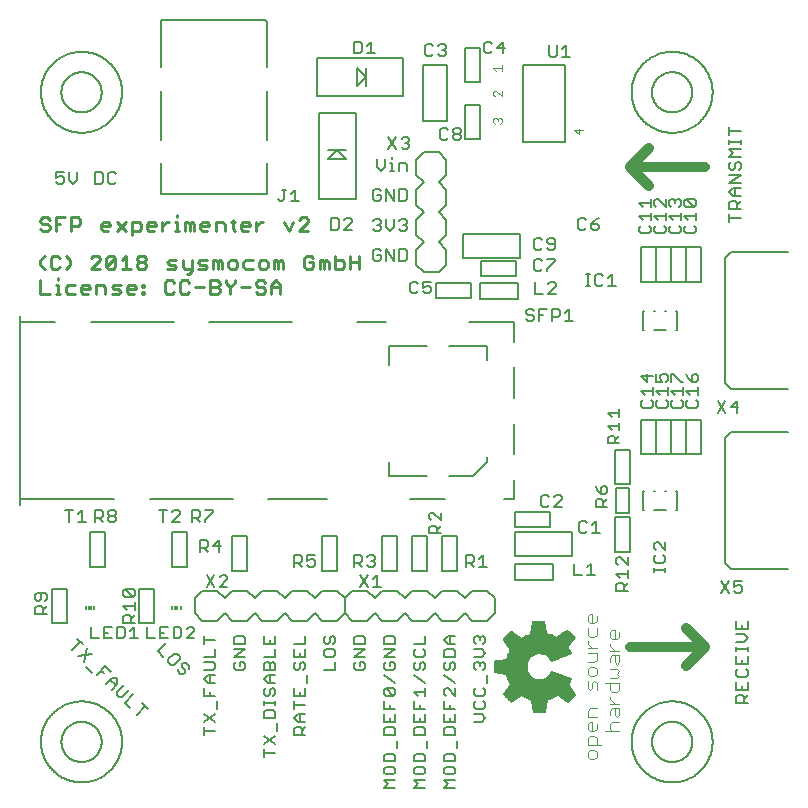
<source format=gbr>
G75*
%MOIN*%
%OFA0B0*%
%FSLAX25Y25*%
%IPPOS*%
%LPD*%
%AMOC8*
5,1,8,0,0,1.08239X$1,22.5*
%
%ADD10C,0.01000*%
%ADD11C,0.00800*%
%ADD12C,0.03200*%
%ADD13C,0.00500*%
%ADD14C,0.00600*%
%ADD15C,0.00787*%
%ADD16C,0.00400*%
%ADD17R,0.00591X0.01181*%
%ADD18R,0.01181X0.01181*%
%ADD19C,0.00200*%
D10*
X0033667Y0170800D02*
X0036678Y0170800D01*
X0038743Y0170800D02*
X0040248Y0170800D01*
X0039495Y0170800D02*
X0039495Y0173810D01*
X0038743Y0173810D01*
X0039495Y0175316D02*
X0039495Y0176068D01*
X0039309Y0179068D02*
X0037803Y0179068D01*
X0037051Y0179820D01*
X0037051Y0182831D01*
X0037803Y0183583D01*
X0039309Y0183583D01*
X0040061Y0182831D01*
X0042126Y0183583D02*
X0043631Y0182078D01*
X0043631Y0180573D01*
X0042126Y0179068D01*
X0040061Y0179820D02*
X0039309Y0179068D01*
X0042879Y0173810D02*
X0042126Y0173058D01*
X0042126Y0171553D01*
X0042879Y0170800D01*
X0045136Y0170800D01*
X0047201Y0171553D02*
X0047201Y0173058D01*
X0047954Y0173810D01*
X0049459Y0173810D01*
X0050212Y0173058D01*
X0050212Y0172305D01*
X0047201Y0172305D01*
X0047201Y0171553D02*
X0047954Y0170800D01*
X0049459Y0170800D01*
X0052276Y0170800D02*
X0052276Y0173810D01*
X0054534Y0173810D01*
X0055287Y0173058D01*
X0055287Y0170800D01*
X0057352Y0170800D02*
X0059609Y0170800D01*
X0060362Y0171553D01*
X0059609Y0172305D01*
X0058104Y0172305D01*
X0057352Y0173058D01*
X0058104Y0173810D01*
X0060362Y0173810D01*
X0062427Y0173058D02*
X0063179Y0173810D01*
X0064685Y0173810D01*
X0065437Y0173058D01*
X0065437Y0172305D01*
X0062427Y0172305D01*
X0062427Y0171553D02*
X0062427Y0173058D01*
X0062427Y0171553D02*
X0063179Y0170800D01*
X0064685Y0170800D01*
X0067502Y0170800D02*
X0067502Y0171553D01*
X0068255Y0171553D01*
X0068255Y0170800D01*
X0067502Y0170800D01*
X0067502Y0173058D02*
X0067502Y0173810D01*
X0068255Y0173810D01*
X0068255Y0173058D01*
X0067502Y0173058D01*
X0068068Y0179068D02*
X0066563Y0179068D01*
X0065810Y0179820D01*
X0065810Y0180573D01*
X0066563Y0181326D01*
X0068068Y0181326D01*
X0068821Y0180573D01*
X0068821Y0179820D01*
X0068068Y0179068D01*
X0068068Y0181326D02*
X0068821Y0182078D01*
X0068821Y0182831D01*
X0068068Y0183583D01*
X0066563Y0183583D01*
X0065810Y0182831D01*
X0065810Y0182078D01*
X0066563Y0181326D01*
X0063745Y0179068D02*
X0060735Y0179068D01*
X0062240Y0179068D02*
X0062240Y0183583D01*
X0060735Y0182078D01*
X0058670Y0182831D02*
X0055660Y0179820D01*
X0056412Y0179068D01*
X0057918Y0179068D01*
X0058670Y0179820D01*
X0058670Y0182831D01*
X0057918Y0183583D01*
X0056412Y0183583D01*
X0055660Y0182831D01*
X0055660Y0179820D01*
X0053595Y0179068D02*
X0050585Y0179068D01*
X0053595Y0182078D01*
X0053595Y0182831D01*
X0052842Y0183583D01*
X0051337Y0183583D01*
X0050585Y0182831D01*
X0054721Y0191800D02*
X0053968Y0192553D01*
X0053968Y0194058D01*
X0054721Y0194810D01*
X0056226Y0194810D01*
X0056979Y0194058D01*
X0056979Y0193305D01*
X0053968Y0193305D01*
X0054721Y0191800D02*
X0056226Y0191800D01*
X0059043Y0191800D02*
X0062054Y0194810D01*
X0064119Y0194810D02*
X0066376Y0194810D01*
X0067129Y0194058D01*
X0067129Y0192553D01*
X0066376Y0191800D01*
X0064119Y0191800D01*
X0064119Y0190295D02*
X0064119Y0194810D01*
X0062054Y0191800D02*
X0059043Y0194810D01*
X0069194Y0194058D02*
X0069194Y0192553D01*
X0069946Y0191800D01*
X0071452Y0191800D01*
X0072204Y0193305D02*
X0069194Y0193305D01*
X0069194Y0194058D02*
X0069946Y0194810D01*
X0071452Y0194810D01*
X0072204Y0194058D01*
X0072204Y0193305D01*
X0074269Y0193305D02*
X0075774Y0194810D01*
X0076527Y0194810D01*
X0078498Y0194810D02*
X0079251Y0194810D01*
X0079251Y0191800D01*
X0080003Y0191800D02*
X0078498Y0191800D01*
X0081882Y0191800D02*
X0081882Y0194810D01*
X0082634Y0194810D01*
X0083387Y0194058D01*
X0084140Y0194810D01*
X0084892Y0194058D01*
X0084892Y0191800D01*
X0083387Y0191800D02*
X0083387Y0194058D01*
X0086957Y0194058D02*
X0086957Y0192553D01*
X0087709Y0191800D01*
X0089215Y0191800D01*
X0089967Y0193305D02*
X0086957Y0193305D01*
X0086957Y0194058D02*
X0087709Y0194810D01*
X0089215Y0194810D01*
X0089967Y0194058D01*
X0089967Y0193305D01*
X0092032Y0191800D02*
X0092032Y0194810D01*
X0094290Y0194810D01*
X0095043Y0194058D01*
X0095043Y0191800D01*
X0097860Y0192553D02*
X0098612Y0191800D01*
X0097860Y0192553D02*
X0097860Y0195563D01*
X0097107Y0194810D02*
X0098612Y0194810D01*
X0100491Y0194058D02*
X0100491Y0192553D01*
X0101243Y0191800D01*
X0102749Y0191800D01*
X0103501Y0193305D02*
X0100491Y0193305D01*
X0100491Y0194058D02*
X0101243Y0194810D01*
X0102749Y0194810D01*
X0103501Y0194058D01*
X0103501Y0193305D01*
X0105566Y0193305D02*
X0107071Y0194810D01*
X0107824Y0194810D01*
X0105566Y0194810D02*
X0105566Y0191800D01*
X0104347Y0182078D02*
X0102089Y0182078D01*
X0101337Y0181326D01*
X0101337Y0179820D01*
X0102089Y0179068D01*
X0104347Y0179068D01*
X0106412Y0179820D02*
X0107164Y0179068D01*
X0108670Y0179068D01*
X0109422Y0179820D01*
X0109422Y0181326D01*
X0108670Y0182078D01*
X0107164Y0182078D01*
X0106412Y0181326D01*
X0106412Y0179820D01*
X0111487Y0179068D02*
X0111487Y0182078D01*
X0112240Y0182078D01*
X0112992Y0181326D01*
X0113745Y0182078D01*
X0114497Y0181326D01*
X0114497Y0179068D01*
X0112992Y0179068D02*
X0112992Y0181326D01*
X0112146Y0175316D02*
X0113652Y0173810D01*
X0113652Y0170800D01*
X0113652Y0173058D02*
X0110641Y0173058D01*
X0110641Y0173810D02*
X0110641Y0170800D01*
X0108576Y0171553D02*
X0107824Y0170800D01*
X0106319Y0170800D01*
X0105566Y0171553D01*
X0106319Y0173058D02*
X0107824Y0173058D01*
X0108576Y0172305D01*
X0108576Y0171553D01*
X0106319Y0173058D02*
X0105566Y0173810D01*
X0105566Y0174563D01*
X0106319Y0175316D01*
X0107824Y0175316D01*
X0108576Y0174563D01*
X0110641Y0173810D02*
X0112146Y0175316D01*
X0103501Y0173058D02*
X0100491Y0173058D01*
X0098426Y0174563D02*
X0098426Y0175316D01*
X0098426Y0174563D02*
X0096921Y0173058D01*
X0096921Y0170800D01*
X0096921Y0173058D02*
X0095416Y0174563D01*
X0095416Y0175316D01*
X0093351Y0174563D02*
X0093351Y0173810D01*
X0092598Y0173058D01*
X0090340Y0173058D01*
X0088276Y0173058D02*
X0085265Y0173058D01*
X0083200Y0174563D02*
X0082448Y0175316D01*
X0080943Y0175316D01*
X0080190Y0174563D01*
X0080190Y0171553D01*
X0080943Y0170800D01*
X0082448Y0170800D01*
X0083200Y0171553D01*
X0078125Y0171553D02*
X0077373Y0170800D01*
X0075867Y0170800D01*
X0075115Y0171553D01*
X0075115Y0174563D01*
X0075867Y0175316D01*
X0077373Y0175316D01*
X0078125Y0174563D01*
X0078218Y0179068D02*
X0075961Y0179068D01*
X0076713Y0180573D02*
X0075961Y0181326D01*
X0076713Y0182078D01*
X0078971Y0182078D01*
X0078218Y0180573D02*
X0076713Y0180573D01*
X0078218Y0180573D02*
X0078971Y0179820D01*
X0078218Y0179068D01*
X0081036Y0179820D02*
X0081788Y0179068D01*
X0084046Y0179068D01*
X0084046Y0178315D02*
X0083294Y0177562D01*
X0082541Y0177562D01*
X0084046Y0178315D02*
X0084046Y0182078D01*
X0086111Y0181326D02*
X0086864Y0182078D01*
X0089121Y0182078D01*
X0088369Y0180573D02*
X0086864Y0180573D01*
X0086111Y0181326D01*
X0086111Y0179068D02*
X0088369Y0179068D01*
X0089121Y0179820D01*
X0088369Y0180573D01*
X0091186Y0179068D02*
X0091186Y0182078D01*
X0091939Y0182078D01*
X0092691Y0181326D01*
X0093444Y0182078D01*
X0094197Y0181326D01*
X0094197Y0179068D01*
X0092691Y0179068D02*
X0092691Y0181326D01*
X0096261Y0181326D02*
X0096261Y0179820D01*
X0097014Y0179068D01*
X0098519Y0179068D01*
X0099272Y0179820D01*
X0099272Y0181326D01*
X0098519Y0182078D01*
X0097014Y0182078D01*
X0096261Y0181326D01*
X0092598Y0175316D02*
X0093351Y0174563D01*
X0092598Y0175316D02*
X0090340Y0175316D01*
X0090340Y0170800D01*
X0092598Y0170800D01*
X0093351Y0171553D01*
X0093351Y0172305D01*
X0092598Y0173058D01*
X0081036Y0179820D02*
X0081036Y0182078D01*
X0074269Y0191800D02*
X0074269Y0194810D01*
X0079251Y0196316D02*
X0079251Y0197068D01*
X0046828Y0195563D02*
X0046828Y0194058D01*
X0046076Y0193305D01*
X0043818Y0193305D01*
X0043818Y0191800D02*
X0043818Y0196316D01*
X0046076Y0196316D01*
X0046828Y0195563D01*
X0041753Y0196316D02*
X0038743Y0196316D01*
X0038743Y0191800D01*
X0036678Y0192553D02*
X0036678Y0193305D01*
X0035925Y0194058D01*
X0034420Y0194058D01*
X0033667Y0194810D01*
X0033667Y0195563D01*
X0034420Y0196316D01*
X0035925Y0196316D01*
X0036678Y0195563D01*
X0038743Y0194058D02*
X0040248Y0194058D01*
X0036678Y0192553D02*
X0035925Y0191800D01*
X0034420Y0191800D01*
X0033667Y0192553D01*
X0035173Y0183583D02*
X0033667Y0182078D01*
X0033667Y0180573D01*
X0035173Y0179068D01*
X0033667Y0175316D02*
X0033667Y0170800D01*
X0042879Y0173810D02*
X0045136Y0173810D01*
X0114917Y0194810D02*
X0116423Y0191800D01*
X0117928Y0194810D01*
X0119993Y0195563D02*
X0120745Y0196316D01*
X0122250Y0196316D01*
X0123003Y0195563D01*
X0123003Y0194810D01*
X0119993Y0191800D01*
X0123003Y0191800D01*
X0122390Y0183583D02*
X0121637Y0182831D01*
X0121637Y0179820D01*
X0122390Y0179068D01*
X0123895Y0179068D01*
X0124648Y0179820D01*
X0124648Y0181326D01*
X0123143Y0181326D01*
X0124648Y0182831D02*
X0123895Y0183583D01*
X0122390Y0183583D01*
X0126713Y0182078D02*
X0126713Y0179068D01*
X0128218Y0179068D02*
X0128218Y0181326D01*
X0128970Y0182078D01*
X0129723Y0181326D01*
X0129723Y0179068D01*
X0131788Y0179068D02*
X0134046Y0179068D01*
X0134798Y0179820D01*
X0134798Y0181326D01*
X0134046Y0182078D01*
X0131788Y0182078D01*
X0131788Y0183583D02*
X0131788Y0179068D01*
X0128218Y0181326D02*
X0127465Y0182078D01*
X0126713Y0182078D01*
X0136863Y0181326D02*
X0139873Y0181326D01*
X0139873Y0183583D02*
X0139873Y0179068D01*
X0136863Y0179068D02*
X0136863Y0183583D01*
D11*
X0144517Y0182380D02*
X0145171Y0181726D01*
X0146481Y0181726D01*
X0147135Y0182380D01*
X0147135Y0183689D01*
X0145826Y0183689D01*
X0144517Y0184999D02*
X0144517Y0182380D01*
X0144517Y0184999D02*
X0145171Y0185653D01*
X0146481Y0185653D01*
X0147135Y0184999D01*
X0148867Y0185653D02*
X0151485Y0181726D01*
X0151485Y0185653D01*
X0153217Y0185653D02*
X0155181Y0185653D01*
X0155836Y0184999D01*
X0155836Y0182380D01*
X0155181Y0181726D01*
X0153217Y0181726D01*
X0153217Y0185653D01*
X0148867Y0185653D02*
X0148867Y0181726D01*
X0156817Y0174223D02*
X0156817Y0171605D01*
X0157472Y0170950D01*
X0158781Y0170950D01*
X0159436Y0171605D01*
X0161167Y0171605D02*
X0161822Y0170950D01*
X0163131Y0170950D01*
X0163786Y0171605D01*
X0163786Y0172914D01*
X0163131Y0173569D01*
X0162477Y0173569D01*
X0161167Y0172914D01*
X0161167Y0174878D01*
X0163786Y0174878D01*
X0165667Y0174300D02*
X0177167Y0174300D01*
X0177167Y0169300D01*
X0165667Y0169300D01*
X0165667Y0174300D01*
X0166417Y0178050D02*
X0161417Y0178050D01*
X0158917Y0180550D01*
X0158917Y0185550D01*
X0161417Y0188050D01*
X0158917Y0190550D01*
X0158917Y0195550D01*
X0161417Y0198050D01*
X0158917Y0200550D01*
X0158917Y0205550D01*
X0161417Y0208050D01*
X0158917Y0210550D01*
X0158917Y0215550D01*
X0161417Y0218050D01*
X0166417Y0218050D01*
X0168917Y0215550D01*
X0168917Y0210550D01*
X0166417Y0208050D01*
X0168917Y0205550D01*
X0168917Y0200550D01*
X0166417Y0198050D01*
X0168917Y0195550D01*
X0168917Y0190550D01*
X0166417Y0188050D01*
X0168917Y0185550D01*
X0168917Y0180550D01*
X0166417Y0178050D01*
X0159436Y0174223D02*
X0158781Y0174878D01*
X0157472Y0174878D01*
X0156817Y0174223D01*
X0155181Y0191726D02*
X0153872Y0191726D01*
X0153217Y0192380D01*
X0151485Y0193035D02*
X0151485Y0195653D01*
X0153217Y0194999D02*
X0153872Y0195653D01*
X0155181Y0195653D01*
X0155836Y0194999D01*
X0155836Y0194344D01*
X0155181Y0193689D01*
X0155836Y0193035D01*
X0155836Y0192380D01*
X0155181Y0191726D01*
X0155181Y0193689D02*
X0154526Y0193689D01*
X0151485Y0193035D02*
X0150176Y0191726D01*
X0148867Y0193035D01*
X0148867Y0195653D01*
X0147135Y0194999D02*
X0147135Y0194344D01*
X0146481Y0193689D01*
X0147135Y0193035D01*
X0147135Y0192380D01*
X0146481Y0191726D01*
X0145171Y0191726D01*
X0144517Y0192380D01*
X0145826Y0193689D02*
X0146481Y0193689D01*
X0147135Y0194999D02*
X0146481Y0195653D01*
X0145171Y0195653D01*
X0144517Y0194999D01*
X0137536Y0194819D02*
X0137536Y0195473D01*
X0136881Y0196128D01*
X0135572Y0196128D01*
X0134917Y0195473D01*
X0133186Y0195473D02*
X0132531Y0196128D01*
X0130567Y0196128D01*
X0130567Y0192200D01*
X0132531Y0192200D01*
X0133186Y0192855D01*
X0133186Y0195473D01*
X0134917Y0192200D02*
X0137536Y0194819D01*
X0137536Y0192200D02*
X0134917Y0192200D01*
X0138967Y0202401D02*
X0126368Y0202401D01*
X0126368Y0231092D01*
X0128156Y0231092D01*
X0138967Y0231092D01*
X0138967Y0202401D01*
X0144517Y0202380D02*
X0144517Y0204999D01*
X0145171Y0205653D01*
X0146481Y0205653D01*
X0147135Y0204999D01*
X0147135Y0203689D02*
X0145826Y0203689D01*
X0147135Y0203689D02*
X0147135Y0202380D01*
X0146481Y0201726D01*
X0145171Y0201726D01*
X0144517Y0202380D01*
X0148867Y0201726D02*
X0148867Y0205653D01*
X0151485Y0201726D01*
X0151485Y0205653D01*
X0153217Y0205653D02*
X0153217Y0201726D01*
X0155181Y0201726D01*
X0155836Y0202380D01*
X0155836Y0204999D01*
X0155181Y0205653D01*
X0153217Y0205653D01*
X0153217Y0211726D02*
X0153217Y0214344D01*
X0155181Y0214344D01*
X0155836Y0213689D01*
X0155836Y0211726D01*
X0151626Y0211726D02*
X0150317Y0211726D01*
X0150972Y0211726D02*
X0150972Y0214344D01*
X0150317Y0214344D01*
X0150972Y0215653D02*
X0150972Y0216308D01*
X0148585Y0215653D02*
X0148585Y0213035D01*
X0147276Y0211726D01*
X0145967Y0213035D01*
X0145967Y0215653D01*
X0149667Y0219026D02*
X0152285Y0222953D01*
X0154017Y0222299D02*
X0154672Y0222953D01*
X0155981Y0222953D01*
X0156636Y0222299D01*
X0156636Y0221644D01*
X0155981Y0220989D01*
X0156636Y0220335D01*
X0156636Y0219680D01*
X0155981Y0219026D01*
X0154672Y0219026D01*
X0154017Y0219680D01*
X0152285Y0219026D02*
X0149667Y0222953D01*
X0155326Y0220989D02*
X0155981Y0220989D01*
X0161230Y0228286D02*
X0169104Y0228286D01*
X0169104Y0247184D01*
X0161230Y0247184D01*
X0161230Y0228286D01*
X0166817Y0225473D02*
X0166817Y0222855D01*
X0167472Y0222200D01*
X0168781Y0222200D01*
X0169436Y0222855D01*
X0171167Y0222855D02*
X0171822Y0222200D01*
X0173131Y0222200D01*
X0173786Y0222855D01*
X0173786Y0223509D01*
X0173131Y0224164D01*
X0171822Y0224164D01*
X0171167Y0224819D01*
X0171167Y0225473D01*
X0171822Y0226128D01*
X0173131Y0226128D01*
X0173786Y0225473D01*
X0173786Y0224819D01*
X0173131Y0224164D01*
X0171822Y0224164D02*
X0171167Y0223509D01*
X0171167Y0222855D01*
X0169436Y0225473D02*
X0168781Y0226128D01*
X0167472Y0226128D01*
X0166817Y0225473D01*
X0175167Y0222300D02*
X0175167Y0233800D01*
X0180167Y0233800D01*
X0180167Y0222300D01*
X0175167Y0222300D01*
X0194417Y0221400D02*
X0194417Y0247200D01*
X0208417Y0247200D01*
X0208417Y0221400D01*
X0194417Y0221400D01*
X0180167Y0241365D02*
X0175167Y0241365D01*
X0175167Y0252865D01*
X0180167Y0252865D01*
X0180167Y0241365D01*
X0182157Y0250950D02*
X0183466Y0250950D01*
X0184121Y0251605D01*
X0182157Y0250950D02*
X0181502Y0251605D01*
X0181502Y0254223D01*
X0182157Y0254878D01*
X0183466Y0254878D01*
X0184121Y0254223D01*
X0185853Y0252914D02*
X0188471Y0252914D01*
X0187816Y0254878D02*
X0185853Y0252914D01*
X0187816Y0250950D02*
X0187816Y0254878D01*
X0203067Y0253828D02*
X0203067Y0250555D01*
X0203722Y0249900D01*
X0205031Y0249900D01*
X0205686Y0250555D01*
X0205686Y0253828D01*
X0207417Y0252519D02*
X0208727Y0253828D01*
X0208727Y0249900D01*
X0210036Y0249900D02*
X0207417Y0249900D01*
X0168786Y0250790D02*
X0168131Y0250135D01*
X0166822Y0250135D01*
X0166167Y0250790D01*
X0164436Y0250790D02*
X0163781Y0250135D01*
X0162472Y0250135D01*
X0161817Y0250790D01*
X0161817Y0253408D01*
X0162472Y0254063D01*
X0163781Y0254063D01*
X0164436Y0253408D01*
X0166167Y0253408D02*
X0166822Y0254063D01*
X0168131Y0254063D01*
X0168786Y0253408D01*
X0168786Y0252754D01*
X0168131Y0252099D01*
X0168786Y0251444D01*
X0168786Y0250790D01*
X0168131Y0252099D02*
X0167477Y0252099D01*
X0154460Y0249349D02*
X0154460Y0247562D01*
X0154460Y0236751D01*
X0125769Y0236751D01*
X0125769Y0249349D01*
X0154460Y0249349D01*
X0145036Y0250950D02*
X0142417Y0250950D01*
X0143727Y0250950D02*
X0143727Y0254878D01*
X0142417Y0253569D01*
X0140686Y0254223D02*
X0140686Y0251605D01*
X0140031Y0250950D01*
X0138067Y0250950D01*
X0138067Y0254878D01*
X0140031Y0254878D01*
X0140686Y0254223D01*
X0142167Y0246050D02*
X0142167Y0243050D01*
X0142167Y0240050D01*
X0142167Y0243050D02*
X0139167Y0240050D01*
X0139167Y0246050D01*
X0142167Y0243050D01*
X0135667Y0218800D02*
X0132667Y0218800D01*
X0129667Y0218800D01*
X0129667Y0215800D02*
X0132667Y0218800D01*
X0135667Y0215800D01*
X0129667Y0215800D01*
X0118588Y0205569D02*
X0118588Y0201641D01*
X0119897Y0201641D02*
X0117278Y0201641D01*
X0114892Y0202296D02*
X0114892Y0205569D01*
X0114237Y0205569D02*
X0115547Y0205569D01*
X0117278Y0204260D02*
X0118588Y0205569D01*
X0114892Y0202296D02*
X0114237Y0201641D01*
X0113583Y0201641D01*
X0112928Y0202296D01*
X0058836Y0208130D02*
X0058181Y0207476D01*
X0056872Y0207476D01*
X0056217Y0208130D01*
X0056217Y0210749D01*
X0056872Y0211403D01*
X0058181Y0211403D01*
X0058836Y0210749D01*
X0054485Y0210749D02*
X0054485Y0208130D01*
X0053831Y0207476D01*
X0051867Y0207476D01*
X0051867Y0211403D01*
X0053831Y0211403D01*
X0054485Y0210749D01*
X0045785Y0211403D02*
X0045785Y0208785D01*
X0044476Y0207476D01*
X0043167Y0208785D01*
X0043167Y0211403D01*
X0041435Y0211403D02*
X0038816Y0211403D01*
X0038816Y0209439D01*
X0040126Y0210094D01*
X0040780Y0210094D01*
X0041435Y0209439D01*
X0041435Y0208130D01*
X0040780Y0207476D01*
X0039471Y0207476D01*
X0038816Y0208130D01*
X0041817Y0098628D02*
X0044436Y0098628D01*
X0043127Y0098628D02*
X0043127Y0094700D01*
X0046167Y0094700D02*
X0048786Y0094700D01*
X0047477Y0094700D02*
X0047477Y0098628D01*
X0046167Y0097319D01*
X0051817Y0098628D02*
X0051817Y0094700D01*
X0051817Y0096009D02*
X0053781Y0096009D01*
X0054436Y0096664D01*
X0054436Y0097973D01*
X0053781Y0098628D01*
X0051817Y0098628D01*
X0053127Y0096009D02*
X0054436Y0094700D01*
X0056167Y0095355D02*
X0056167Y0096009D01*
X0056822Y0096664D01*
X0058131Y0096664D01*
X0058786Y0096009D01*
X0058786Y0095355D01*
X0058131Y0094700D01*
X0056822Y0094700D01*
X0056167Y0095355D01*
X0056822Y0096664D02*
X0056167Y0097319D01*
X0056167Y0097973D01*
X0056822Y0098628D01*
X0058131Y0098628D01*
X0058786Y0097973D01*
X0058786Y0097319D01*
X0058131Y0096664D01*
X0055167Y0091300D02*
X0050167Y0091300D01*
X0050167Y0079800D01*
X0055167Y0079800D01*
X0055167Y0091300D01*
X0073067Y0098628D02*
X0075686Y0098628D01*
X0074377Y0098628D02*
X0074377Y0094700D01*
X0077417Y0094700D02*
X0080036Y0097319D01*
X0080036Y0097973D01*
X0079381Y0098628D01*
X0078072Y0098628D01*
X0077417Y0097973D01*
X0077417Y0094700D02*
X0080036Y0094700D01*
X0077667Y0091300D02*
X0082667Y0091300D01*
X0082667Y0079800D01*
X0077667Y0079800D01*
X0077667Y0091300D01*
X0084317Y0094700D02*
X0084317Y0098628D01*
X0086281Y0098628D01*
X0086936Y0097973D01*
X0086936Y0096664D01*
X0086281Y0096009D01*
X0084317Y0096009D01*
X0085627Y0096009D02*
X0086936Y0094700D01*
X0088667Y0094700D02*
X0088667Y0095355D01*
X0091286Y0097973D01*
X0091286Y0098628D01*
X0088667Y0098628D01*
X0097667Y0090050D02*
X0102667Y0090050D01*
X0102667Y0078550D01*
X0097667Y0078550D01*
X0097667Y0090050D01*
X0093131Y0088628D02*
X0091167Y0086664D01*
X0093786Y0086664D01*
X0093131Y0084700D02*
X0093131Y0088628D01*
X0089436Y0087973D02*
X0089436Y0086664D01*
X0088781Y0086009D01*
X0086817Y0086009D01*
X0086817Y0084700D02*
X0086817Y0088628D01*
X0088781Y0088628D01*
X0089436Y0087973D01*
X0088127Y0086009D02*
X0089436Y0084700D01*
X0089017Y0077078D02*
X0091636Y0073150D01*
X0092667Y0071800D02*
X0095167Y0069300D01*
X0097667Y0071800D01*
X0102667Y0071800D01*
X0105167Y0069300D01*
X0107667Y0071800D01*
X0112667Y0071800D01*
X0115167Y0069300D01*
X0117667Y0071800D01*
X0122667Y0071800D01*
X0125167Y0069300D01*
X0127667Y0071800D01*
X0132667Y0071800D01*
X0135167Y0069300D01*
X0135167Y0064300D01*
X0132667Y0061800D01*
X0127667Y0061800D01*
X0125167Y0064300D01*
X0122667Y0061800D01*
X0117667Y0061800D01*
X0115167Y0064300D01*
X0112667Y0061800D01*
X0107667Y0061800D01*
X0105167Y0064300D01*
X0102667Y0061800D01*
X0097667Y0061800D01*
X0095167Y0064300D01*
X0092667Y0061800D01*
X0087667Y0061800D01*
X0085167Y0064300D01*
X0085167Y0069300D01*
X0087667Y0071800D01*
X0092667Y0071800D01*
X0093367Y0073150D02*
X0095986Y0075769D01*
X0095986Y0076423D01*
X0095331Y0077078D01*
X0094022Y0077078D01*
X0093367Y0076423D01*
X0091636Y0077078D02*
X0089017Y0073150D01*
X0093367Y0073150D02*
X0095986Y0073150D01*
X0084332Y0059878D02*
X0083022Y0059878D01*
X0082368Y0059223D01*
X0080636Y0059223D02*
X0079982Y0059878D01*
X0078018Y0059878D01*
X0078018Y0055950D01*
X0079982Y0055950D01*
X0080636Y0056605D01*
X0080636Y0059223D01*
X0082368Y0055950D02*
X0084986Y0058569D01*
X0084986Y0059223D01*
X0084332Y0059878D01*
X0084986Y0055950D02*
X0082368Y0055950D01*
X0088064Y0055409D02*
X0091992Y0055409D01*
X0091992Y0052368D02*
X0091992Y0049750D01*
X0088064Y0049750D01*
X0088064Y0048018D02*
X0091337Y0048018D01*
X0091992Y0047363D01*
X0091992Y0046054D01*
X0091337Y0045399D01*
X0088064Y0045399D01*
X0089373Y0043668D02*
X0091992Y0043668D01*
X0090028Y0043668D02*
X0090028Y0041049D01*
X0089373Y0041049D02*
X0088064Y0042359D01*
X0089373Y0043668D01*
X0089373Y0041049D02*
X0091992Y0041049D01*
X0090028Y0038008D02*
X0090028Y0036699D01*
X0091992Y0036699D02*
X0088064Y0036699D01*
X0088064Y0039318D01*
X0092646Y0034967D02*
X0092646Y0032349D01*
X0091992Y0030617D02*
X0088064Y0027999D01*
X0088064Y0026267D02*
X0088064Y0023649D01*
X0088064Y0024958D02*
X0091992Y0024958D01*
X0091992Y0027999D02*
X0088064Y0030617D01*
X0081258Y0044076D02*
X0080332Y0044076D01*
X0079406Y0045002D01*
X0079406Y0045928D01*
X0080795Y0046391D02*
X0081720Y0045465D01*
X0081720Y0044539D01*
X0081258Y0044076D01*
X0080795Y0046391D02*
X0080795Y0047316D01*
X0081258Y0047779D01*
X0082183Y0047779D01*
X0083109Y0046854D01*
X0083109Y0045928D01*
X0080033Y0049004D02*
X0078182Y0047152D01*
X0077256Y0047152D01*
X0076330Y0048078D01*
X0076330Y0049004D01*
X0078182Y0050855D01*
X0079107Y0050855D01*
X0080033Y0049930D01*
X0080033Y0049004D01*
X0074643Y0049765D02*
X0072791Y0051617D01*
X0075568Y0054394D01*
X0076286Y0055950D02*
X0073667Y0055950D01*
X0073667Y0059878D01*
X0076286Y0059878D01*
X0074977Y0057914D02*
X0073667Y0057914D01*
X0071936Y0055950D02*
X0069317Y0055950D01*
X0069317Y0059878D01*
X0071417Y0061050D02*
X0066417Y0061050D01*
X0066417Y0072550D01*
X0071417Y0072550D01*
X0071417Y0061050D01*
X0065117Y0061024D02*
X0061189Y0061024D01*
X0061189Y0062988D01*
X0061844Y0063643D01*
X0063153Y0063643D01*
X0063807Y0062988D01*
X0063807Y0061024D01*
X0063807Y0062334D02*
X0065117Y0063643D01*
X0065117Y0065375D02*
X0065117Y0067993D01*
X0065117Y0066684D02*
X0061189Y0066684D01*
X0062498Y0065375D01*
X0061844Y0069725D02*
X0061189Y0070379D01*
X0061189Y0071689D01*
X0061844Y0072343D01*
X0064462Y0069725D01*
X0065117Y0070379D01*
X0065117Y0071689D01*
X0064462Y0072343D01*
X0061844Y0072343D01*
X0061844Y0069725D02*
X0064462Y0069725D01*
X0064927Y0059878D02*
X0064927Y0055950D01*
X0063618Y0055950D02*
X0066236Y0055950D01*
X0063618Y0058569D02*
X0064927Y0059878D01*
X0061886Y0059223D02*
X0061232Y0059878D01*
X0059268Y0059878D01*
X0059268Y0055950D01*
X0061232Y0055950D01*
X0061886Y0056605D01*
X0061886Y0059223D01*
X0057536Y0059878D02*
X0054917Y0059878D01*
X0054917Y0055950D01*
X0057536Y0055950D01*
X0056227Y0057914D02*
X0054917Y0057914D01*
X0053186Y0055950D02*
X0050567Y0055950D01*
X0050567Y0059878D01*
X0046010Y0055827D02*
X0047862Y0053976D01*
X0046936Y0054902D02*
X0044159Y0052124D01*
X0046309Y0049974D02*
X0050938Y0050900D01*
X0049086Y0052751D02*
X0048161Y0048122D01*
X0048922Y0046435D02*
X0050774Y0044583D01*
X0052461Y0043822D02*
X0055238Y0046599D01*
X0057090Y0044748D01*
X0057389Y0042597D02*
X0059240Y0042597D01*
X0059240Y0040746D01*
X0057389Y0038894D01*
X0059076Y0038133D02*
X0059076Y0037207D01*
X0060002Y0036281D01*
X0060928Y0036281D01*
X0063242Y0038596D01*
X0064467Y0037371D02*
X0061689Y0034594D01*
X0063541Y0032742D01*
X0065691Y0030592D02*
X0068468Y0033369D01*
X0067543Y0034295D02*
X0069394Y0032443D01*
X0061391Y0040447D02*
X0059076Y0038133D01*
X0058777Y0040283D02*
X0056926Y0042134D01*
X0057389Y0042597D02*
X0055537Y0040746D01*
X0054776Y0044285D02*
X0053850Y0045211D01*
X0042667Y0061050D02*
X0037667Y0061050D01*
X0037667Y0072550D01*
X0042667Y0072550D01*
X0042667Y0061050D01*
X0035742Y0064125D02*
X0031814Y0064125D01*
X0031814Y0066089D01*
X0032469Y0066743D01*
X0033778Y0066743D01*
X0034432Y0066089D01*
X0034432Y0064125D01*
X0034432Y0065434D02*
X0035742Y0066743D01*
X0035087Y0068475D02*
X0035742Y0069129D01*
X0035742Y0070439D01*
X0035087Y0071093D01*
X0032469Y0071093D01*
X0031814Y0070439D01*
X0031814Y0069129D01*
X0032469Y0068475D01*
X0033123Y0068475D01*
X0033778Y0069129D01*
X0033778Y0071093D01*
X0088064Y0056718D02*
X0088064Y0054100D01*
X0098064Y0054100D02*
X0098064Y0056064D01*
X0098719Y0056718D01*
X0101337Y0056718D01*
X0101992Y0056064D01*
X0101992Y0054100D01*
X0098064Y0054100D01*
X0098064Y0052368D02*
X0101992Y0052368D01*
X0098064Y0049750D01*
X0101992Y0049750D01*
X0101337Y0048018D02*
X0100028Y0048018D01*
X0100028Y0046709D01*
X0101337Y0048018D02*
X0101992Y0047363D01*
X0101992Y0046054D01*
X0101337Y0045399D01*
X0098719Y0045399D01*
X0098064Y0046054D01*
X0098064Y0047363D01*
X0098719Y0048018D01*
X0108064Y0047363D02*
X0108064Y0045399D01*
X0111992Y0045399D01*
X0111992Y0047363D01*
X0111337Y0048018D01*
X0110682Y0048018D01*
X0110028Y0047363D01*
X0110028Y0045399D01*
X0110028Y0043668D02*
X0110028Y0041049D01*
X0109373Y0041049D02*
X0111992Y0041049D01*
X0111337Y0039318D02*
X0111992Y0038663D01*
X0111992Y0037354D01*
X0111337Y0036699D01*
X0110028Y0037354D02*
X0110028Y0038663D01*
X0110682Y0039318D01*
X0111337Y0039318D01*
X0110028Y0037354D02*
X0109373Y0036699D01*
X0108719Y0036699D01*
X0108064Y0037354D01*
X0108064Y0038663D01*
X0108719Y0039318D01*
X0109373Y0041049D02*
X0108064Y0042359D01*
X0109373Y0043668D01*
X0111992Y0043668D01*
X0110028Y0047363D02*
X0109373Y0048018D01*
X0108719Y0048018D01*
X0108064Y0047363D01*
X0108064Y0049750D02*
X0111992Y0049750D01*
X0111992Y0052368D01*
X0111992Y0054100D02*
X0111992Y0056718D01*
X0110028Y0055409D02*
X0110028Y0054100D01*
X0108064Y0054100D02*
X0111992Y0054100D01*
X0108064Y0054100D02*
X0108064Y0056718D01*
X0118064Y0054100D02*
X0121992Y0054100D01*
X0121992Y0056718D01*
X0121992Y0052368D02*
X0121992Y0049750D01*
X0118064Y0049750D01*
X0118064Y0052368D01*
X0120028Y0051059D02*
X0120028Y0049750D01*
X0120682Y0048018D02*
X0121337Y0048018D01*
X0121992Y0047363D01*
X0121992Y0046054D01*
X0121337Y0045399D01*
X0120028Y0046054D02*
X0120028Y0047363D01*
X0120682Y0048018D01*
X0118719Y0048018D02*
X0118064Y0047363D01*
X0118064Y0046054D01*
X0118719Y0045399D01*
X0119373Y0045399D01*
X0120028Y0046054D01*
X0122646Y0043668D02*
X0122646Y0041049D01*
X0121992Y0039318D02*
X0121992Y0036699D01*
X0118064Y0036699D01*
X0118064Y0039318D01*
X0120028Y0038008D02*
X0120028Y0036699D01*
X0118064Y0034967D02*
X0118064Y0032349D01*
X0118064Y0033658D02*
X0121992Y0033658D01*
X0121992Y0030617D02*
X0119373Y0030617D01*
X0118064Y0029308D01*
X0119373Y0027999D01*
X0121992Y0027999D01*
X0121992Y0026267D02*
X0120682Y0024958D01*
X0120682Y0025612D02*
X0120682Y0023649D01*
X0121992Y0023649D02*
X0118064Y0023649D01*
X0118064Y0025612D01*
X0118719Y0026267D01*
X0120028Y0026267D01*
X0120682Y0025612D01*
X0120028Y0027999D02*
X0120028Y0030617D01*
X0112646Y0027717D02*
X0112646Y0025099D01*
X0111992Y0023367D02*
X0108064Y0020748D01*
X0108064Y0019017D02*
X0108064Y0016398D01*
X0108064Y0017708D02*
X0111992Y0017708D01*
X0111992Y0020748D02*
X0108064Y0023367D01*
X0108064Y0029449D02*
X0108064Y0031413D01*
X0108719Y0032067D01*
X0111337Y0032067D01*
X0111992Y0031413D01*
X0111992Y0029449D01*
X0108064Y0029449D01*
X0108064Y0033799D02*
X0108064Y0035108D01*
X0108064Y0034454D02*
X0111992Y0034454D01*
X0111992Y0035108D02*
X0111992Y0033799D01*
X0128064Y0045399D02*
X0131992Y0045399D01*
X0131992Y0048018D01*
X0131337Y0049750D02*
X0128719Y0049750D01*
X0128064Y0050404D01*
X0128064Y0051714D01*
X0128719Y0052368D01*
X0131337Y0052368D01*
X0131992Y0051714D01*
X0131992Y0050404D01*
X0131337Y0049750D01*
X0131337Y0054100D02*
X0131992Y0054754D01*
X0131992Y0056064D01*
X0131337Y0056718D01*
X0130682Y0056718D01*
X0130028Y0056064D01*
X0130028Y0054754D01*
X0129373Y0054100D01*
X0128719Y0054100D01*
X0128064Y0054754D01*
X0128064Y0056064D01*
X0128719Y0056718D01*
X0138064Y0056064D02*
X0138064Y0054100D01*
X0141992Y0054100D01*
X0141992Y0056064D01*
X0141337Y0056718D01*
X0138719Y0056718D01*
X0138064Y0056064D01*
X0138064Y0052368D02*
X0141992Y0052368D01*
X0138064Y0049750D01*
X0141992Y0049750D01*
X0141337Y0048018D02*
X0140028Y0048018D01*
X0140028Y0046709D01*
X0141337Y0048018D02*
X0141992Y0047363D01*
X0141992Y0046054D01*
X0141337Y0045399D01*
X0138719Y0045399D01*
X0138064Y0046054D01*
X0138064Y0047363D01*
X0138719Y0048018D01*
X0148064Y0047363D02*
X0148064Y0046054D01*
X0148719Y0045399D01*
X0151337Y0045399D01*
X0151992Y0046054D01*
X0151992Y0047363D01*
X0151337Y0048018D01*
X0150028Y0048018D01*
X0150028Y0046709D01*
X0148719Y0048018D02*
X0148064Y0047363D01*
X0148064Y0049750D02*
X0151992Y0052368D01*
X0148064Y0052368D01*
X0148064Y0054100D02*
X0148064Y0056064D01*
X0148719Y0056718D01*
X0151337Y0056718D01*
X0151992Y0056064D01*
X0151992Y0054100D01*
X0148064Y0054100D01*
X0148064Y0049750D02*
X0151992Y0049750D01*
X0158064Y0050404D02*
X0158719Y0049750D01*
X0161337Y0049750D01*
X0161992Y0050404D01*
X0161992Y0051714D01*
X0161337Y0052368D01*
X0161992Y0054100D02*
X0161992Y0056718D01*
X0161992Y0054100D02*
X0158064Y0054100D01*
X0158719Y0052368D02*
X0158064Y0051714D01*
X0158064Y0050404D01*
X0158719Y0048018D02*
X0158064Y0047363D01*
X0158064Y0046054D01*
X0158719Y0045399D01*
X0159373Y0045399D01*
X0160028Y0046054D01*
X0160028Y0047363D01*
X0160682Y0048018D01*
X0161337Y0048018D01*
X0161992Y0047363D01*
X0161992Y0046054D01*
X0161337Y0045399D01*
X0158064Y0043668D02*
X0161992Y0041049D01*
X0161992Y0039318D02*
X0161992Y0036699D01*
X0161992Y0038008D02*
X0158064Y0038008D01*
X0159373Y0036699D01*
X0158064Y0034967D02*
X0158064Y0032349D01*
X0161992Y0032349D01*
X0161992Y0030617D02*
X0161992Y0027999D01*
X0158064Y0027999D01*
X0158064Y0030617D01*
X0160028Y0029308D02*
X0160028Y0027999D01*
X0161337Y0026267D02*
X0158719Y0026267D01*
X0158064Y0025612D01*
X0158064Y0023649D01*
X0161992Y0023649D01*
X0161992Y0025612D01*
X0161337Y0026267D01*
X0162646Y0021917D02*
X0162646Y0019298D01*
X0161337Y0017567D02*
X0158719Y0017567D01*
X0158064Y0016912D01*
X0158064Y0014948D01*
X0161992Y0014948D01*
X0161992Y0016912D01*
X0161337Y0017567D01*
X0161337Y0013217D02*
X0158719Y0013217D01*
X0158064Y0012562D01*
X0158064Y0011253D01*
X0158719Y0010598D01*
X0161337Y0010598D01*
X0161992Y0011253D01*
X0161992Y0012562D01*
X0161337Y0013217D01*
X0161992Y0008866D02*
X0158064Y0008866D01*
X0159373Y0007557D01*
X0158064Y0006248D01*
X0161992Y0006248D01*
X0168064Y0006248D02*
X0169373Y0007557D01*
X0168064Y0008866D01*
X0171992Y0008866D01*
X0171337Y0010598D02*
X0171992Y0011253D01*
X0171992Y0012562D01*
X0171337Y0013217D01*
X0168719Y0013217D01*
X0168064Y0012562D01*
X0168064Y0011253D01*
X0168719Y0010598D01*
X0171337Y0010598D01*
X0171992Y0006248D02*
X0168064Y0006248D01*
X0168064Y0014948D02*
X0168064Y0016912D01*
X0168719Y0017567D01*
X0171337Y0017567D01*
X0171992Y0016912D01*
X0171992Y0014948D01*
X0168064Y0014948D01*
X0172646Y0019298D02*
X0172646Y0021917D01*
X0171992Y0023649D02*
X0171992Y0025612D01*
X0171337Y0026267D01*
X0168719Y0026267D01*
X0168064Y0025612D01*
X0168064Y0023649D01*
X0171992Y0023649D01*
X0171992Y0027999D02*
X0168064Y0027999D01*
X0168064Y0030617D01*
X0168064Y0032349D02*
X0168064Y0034967D01*
X0168719Y0036699D02*
X0168064Y0037354D01*
X0168064Y0038663D01*
X0168719Y0039318D01*
X0169373Y0039318D01*
X0171992Y0036699D01*
X0171992Y0039318D01*
X0171992Y0041049D02*
X0168064Y0043668D01*
X0168719Y0045399D02*
X0169373Y0045399D01*
X0170028Y0046054D01*
X0170028Y0047363D01*
X0170682Y0048018D01*
X0171337Y0048018D01*
X0171992Y0047363D01*
X0171992Y0046054D01*
X0171337Y0045399D01*
X0168719Y0045399D02*
X0168064Y0046054D01*
X0168064Y0047363D01*
X0168719Y0048018D01*
X0168064Y0049750D02*
X0168064Y0051714D01*
X0168719Y0052368D01*
X0171337Y0052368D01*
X0171992Y0051714D01*
X0171992Y0049750D01*
X0168064Y0049750D01*
X0169373Y0054100D02*
X0168064Y0055409D01*
X0169373Y0056718D01*
X0171992Y0056718D01*
X0170028Y0056718D02*
X0170028Y0054100D01*
X0169373Y0054100D02*
X0171992Y0054100D01*
X0178064Y0054754D02*
X0178719Y0054100D01*
X0178064Y0054754D02*
X0178064Y0056064D01*
X0178719Y0056718D01*
X0179373Y0056718D01*
X0180028Y0056064D01*
X0180682Y0056718D01*
X0181337Y0056718D01*
X0181992Y0056064D01*
X0181992Y0054754D01*
X0181337Y0054100D01*
X0180028Y0055409D02*
X0180028Y0056064D01*
X0180682Y0052368D02*
X0178064Y0052368D01*
X0178064Y0049750D02*
X0180682Y0049750D01*
X0181992Y0051059D01*
X0180682Y0052368D01*
X0180682Y0048018D02*
X0180028Y0047363D01*
X0180028Y0046709D01*
X0180028Y0047363D02*
X0179373Y0048018D01*
X0178719Y0048018D01*
X0178064Y0047363D01*
X0178064Y0046054D01*
X0178719Y0045399D01*
X0181337Y0045399D02*
X0181992Y0046054D01*
X0181992Y0047363D01*
X0181337Y0048018D01*
X0180682Y0048018D01*
X0182646Y0043668D02*
X0182646Y0041049D01*
X0181337Y0039318D02*
X0181992Y0038663D01*
X0181992Y0037354D01*
X0181337Y0036699D01*
X0178719Y0036699D01*
X0178064Y0037354D01*
X0178064Y0038663D01*
X0178719Y0039318D01*
X0178719Y0034967D02*
X0178064Y0034313D01*
X0178064Y0033004D01*
X0178719Y0032349D01*
X0181337Y0032349D01*
X0181992Y0033004D01*
X0181992Y0034313D01*
X0181337Y0034967D01*
X0180682Y0030617D02*
X0178064Y0030617D01*
X0178064Y0027999D02*
X0180682Y0027999D01*
X0181992Y0029308D01*
X0180682Y0030617D01*
X0171992Y0030617D02*
X0171992Y0027999D01*
X0170028Y0027999D02*
X0170028Y0029308D01*
X0170028Y0032349D02*
X0170028Y0033658D01*
X0171992Y0032349D02*
X0168064Y0032349D01*
X0160028Y0032349D02*
X0160028Y0033658D01*
X0151992Y0032349D02*
X0148064Y0032349D01*
X0148064Y0034967D01*
X0148719Y0036699D02*
X0148064Y0037354D01*
X0148064Y0038663D01*
X0148719Y0039318D01*
X0151337Y0036699D01*
X0151992Y0037354D01*
X0151992Y0038663D01*
X0151337Y0039318D01*
X0148719Y0039318D01*
X0148719Y0036699D02*
X0151337Y0036699D01*
X0150028Y0033658D02*
X0150028Y0032349D01*
X0151992Y0030617D02*
X0151992Y0027999D01*
X0148064Y0027999D01*
X0148064Y0030617D01*
X0150028Y0029308D02*
X0150028Y0027999D01*
X0151337Y0026267D02*
X0148719Y0026267D01*
X0148064Y0025612D01*
X0148064Y0023649D01*
X0151992Y0023649D01*
X0151992Y0025612D01*
X0151337Y0026267D01*
X0152646Y0021917D02*
X0152646Y0019298D01*
X0151337Y0017567D02*
X0148719Y0017567D01*
X0148064Y0016912D01*
X0148064Y0014948D01*
X0151992Y0014948D01*
X0151992Y0016912D01*
X0151337Y0017567D01*
X0151337Y0013217D02*
X0148719Y0013217D01*
X0148064Y0012562D01*
X0148064Y0011253D01*
X0148719Y0010598D01*
X0151337Y0010598D01*
X0151992Y0011253D01*
X0151992Y0012562D01*
X0151337Y0013217D01*
X0151992Y0008866D02*
X0148064Y0008866D01*
X0149373Y0007557D01*
X0148064Y0006248D01*
X0151992Y0006248D01*
X0151992Y0041049D02*
X0148064Y0043668D01*
X0147667Y0061800D02*
X0145167Y0064300D01*
X0142667Y0061800D01*
X0137667Y0061800D01*
X0135167Y0064300D01*
X0135167Y0069300D01*
X0137667Y0071800D01*
X0142667Y0071800D01*
X0145167Y0069300D01*
X0147667Y0071800D01*
X0152667Y0071800D01*
X0155167Y0069300D01*
X0157667Y0071800D01*
X0162667Y0071800D01*
X0165167Y0069300D01*
X0167667Y0071800D01*
X0172667Y0071800D01*
X0175167Y0069300D01*
X0177667Y0071800D01*
X0182667Y0071800D01*
X0185167Y0069300D01*
X0185167Y0064300D01*
X0182667Y0061800D01*
X0177667Y0061800D01*
X0175167Y0064300D01*
X0172667Y0061800D01*
X0167667Y0061800D01*
X0165167Y0064300D01*
X0162667Y0061800D01*
X0157667Y0061800D01*
X0155167Y0064300D01*
X0152667Y0061800D01*
X0147667Y0061800D01*
X0147236Y0073150D02*
X0144617Y0073150D01*
X0145927Y0073150D02*
X0145927Y0077078D01*
X0144617Y0075769D01*
X0142886Y0077078D02*
X0140267Y0073150D01*
X0142886Y0073150D02*
X0140267Y0077078D01*
X0140686Y0079700D02*
X0139377Y0081009D01*
X0140031Y0081009D02*
X0138067Y0081009D01*
X0138067Y0079700D02*
X0138067Y0083628D01*
X0140031Y0083628D01*
X0140686Y0082973D01*
X0140686Y0081664D01*
X0140031Y0081009D01*
X0142417Y0080355D02*
X0143072Y0079700D01*
X0144381Y0079700D01*
X0145036Y0080355D01*
X0145036Y0081009D01*
X0144381Y0081664D01*
X0143727Y0081664D01*
X0144381Y0081664D02*
X0145036Y0082319D01*
X0145036Y0082973D01*
X0144381Y0083628D01*
X0143072Y0083628D01*
X0142417Y0082973D01*
X0147667Y0078550D02*
X0152667Y0078550D01*
X0152667Y0090050D01*
X0147667Y0090050D01*
X0147667Y0078550D01*
X0157667Y0078550D02*
X0162667Y0078550D01*
X0162667Y0090050D01*
X0157667Y0090050D01*
X0157667Y0078550D01*
X0167667Y0078550D02*
X0172667Y0078550D01*
X0172667Y0090050D01*
X0167667Y0090050D01*
X0167667Y0078550D01*
X0175567Y0079700D02*
X0175567Y0083628D01*
X0177531Y0083628D01*
X0178186Y0082973D01*
X0178186Y0081664D01*
X0177531Y0081009D01*
X0175567Y0081009D01*
X0176877Y0081009D02*
X0178186Y0079700D01*
X0179917Y0079700D02*
X0182536Y0079700D01*
X0181227Y0079700D02*
X0181227Y0083628D01*
X0179917Y0082319D01*
X0191969Y0083488D02*
X0191969Y0091362D01*
X0210866Y0091362D01*
X0210866Y0083488D01*
X0191969Y0083488D01*
X0191993Y0080806D02*
X0191993Y0075294D01*
X0204592Y0075294D01*
X0204592Y0080806D01*
X0191993Y0080806D01*
X0191917Y0093050D02*
X0191917Y0098050D01*
X0203417Y0098050D01*
X0203417Y0093050D01*
X0191917Y0093050D01*
X0200567Y0100355D02*
X0200567Y0102973D01*
X0201222Y0103628D01*
X0202531Y0103628D01*
X0203186Y0102973D01*
X0204917Y0102973D02*
X0205572Y0103628D01*
X0206881Y0103628D01*
X0207536Y0102973D01*
X0207536Y0102319D01*
X0204917Y0099700D01*
X0207536Y0099700D01*
X0203186Y0100355D02*
X0202531Y0099700D01*
X0201222Y0099700D01*
X0200567Y0100355D01*
X0213067Y0094348D02*
X0213067Y0091730D01*
X0213722Y0091075D01*
X0215031Y0091075D01*
X0215686Y0091730D01*
X0217417Y0091075D02*
X0220036Y0091075D01*
X0218727Y0091075D02*
X0218727Y0095003D01*
X0217417Y0093694D01*
X0215686Y0094348D02*
X0215031Y0095003D01*
X0213722Y0095003D01*
X0213067Y0094348D01*
X0218690Y0099750D02*
X0218690Y0101714D01*
X0219344Y0102368D01*
X0220653Y0102368D01*
X0221308Y0101714D01*
X0221308Y0099750D01*
X0221308Y0101059D02*
X0222617Y0102368D01*
X0221963Y0104100D02*
X0222617Y0104754D01*
X0222617Y0106064D01*
X0221963Y0106718D01*
X0221308Y0106718D01*
X0220653Y0106064D01*
X0220653Y0104100D01*
X0221963Y0104100D01*
X0220653Y0104100D02*
X0219344Y0105409D01*
X0218690Y0106718D01*
X0225167Y0107300D02*
X0225167Y0118800D01*
X0230167Y0118800D01*
X0230167Y0107300D01*
X0225167Y0107300D01*
X0225480Y0105963D02*
X0229855Y0105963D01*
X0229855Y0097637D01*
X0225480Y0097637D01*
X0225480Y0105963D01*
X0222617Y0099750D02*
X0218690Y0099750D01*
X0225167Y0096300D02*
X0230167Y0096300D01*
X0230167Y0084800D01*
X0225167Y0084800D01*
X0225167Y0096300D01*
X0238064Y0087314D02*
X0238064Y0086004D01*
X0238719Y0085350D01*
X0238719Y0083618D02*
X0238064Y0082964D01*
X0238064Y0081654D01*
X0238719Y0081000D01*
X0241337Y0081000D01*
X0241992Y0081654D01*
X0241992Y0082964D01*
X0241337Y0083618D01*
X0241992Y0085350D02*
X0239373Y0087968D01*
X0238719Y0087968D01*
X0238064Y0087314D01*
X0241992Y0087968D02*
X0241992Y0085350D01*
X0241992Y0079409D02*
X0241992Y0078100D01*
X0241992Y0078754D02*
X0238064Y0078754D01*
X0238064Y0078100D02*
X0238064Y0079409D01*
X0229492Y0078618D02*
X0229492Y0076000D01*
X0229492Y0077309D02*
X0225564Y0077309D01*
X0226873Y0076000D01*
X0226219Y0074268D02*
X0225564Y0073613D01*
X0225564Y0071649D01*
X0229492Y0071649D01*
X0228182Y0071649D02*
X0228182Y0073613D01*
X0227528Y0074268D01*
X0226219Y0074268D01*
X0228182Y0072959D02*
X0229492Y0074268D01*
X0229492Y0080350D02*
X0226873Y0082968D01*
X0226219Y0082968D01*
X0225564Y0082314D01*
X0225564Y0081004D01*
X0226219Y0080350D01*
X0229492Y0080350D02*
X0229492Y0082968D01*
X0217196Y0080921D02*
X0217196Y0076993D01*
X0215887Y0076993D02*
X0218505Y0076993D01*
X0215887Y0079612D02*
X0217196Y0080921D01*
X0214155Y0076993D02*
X0211537Y0076993D01*
X0211537Y0080921D01*
X0233917Y0117300D02*
X0238917Y0117300D01*
X0243917Y0117300D01*
X0248917Y0117300D01*
X0248917Y0128800D01*
X0243917Y0128800D01*
X0243917Y0117300D01*
X0243917Y0128800D01*
X0238917Y0128800D01*
X0238917Y0117300D01*
X0238917Y0128800D01*
X0233917Y0128800D01*
X0233917Y0117300D01*
X0226642Y0120950D02*
X0222714Y0120950D01*
X0222714Y0122914D01*
X0223369Y0123569D01*
X0224678Y0123569D01*
X0225332Y0122914D01*
X0225332Y0120950D01*
X0225332Y0122259D02*
X0226642Y0123569D01*
X0226642Y0125300D02*
X0226642Y0127919D01*
X0226642Y0126609D02*
X0222714Y0126609D01*
X0224023Y0125300D01*
X0224023Y0129650D02*
X0222714Y0130960D01*
X0226642Y0130960D01*
X0226642Y0132269D02*
X0226642Y0129650D01*
X0233965Y0133480D02*
X0234619Y0132825D01*
X0237238Y0132825D01*
X0237892Y0133480D01*
X0237892Y0134789D01*
X0237238Y0135444D01*
X0238965Y0134789D02*
X0238965Y0133480D01*
X0239619Y0132825D01*
X0242238Y0132825D01*
X0242892Y0133480D01*
X0242892Y0134789D01*
X0242238Y0135444D01*
X0243965Y0134789D02*
X0243965Y0133480D01*
X0244619Y0132825D01*
X0247238Y0132825D01*
X0247892Y0133480D01*
X0247892Y0134789D01*
X0247238Y0135444D01*
X0248965Y0134789D02*
X0248965Y0133480D01*
X0249619Y0132825D01*
X0252238Y0132825D01*
X0252892Y0133480D01*
X0252892Y0134789D01*
X0252238Y0135444D01*
X0252892Y0137175D02*
X0252892Y0139794D01*
X0252892Y0138484D02*
X0248965Y0138484D01*
X0250274Y0137175D01*
X0249619Y0135444D02*
X0248965Y0134789D01*
X0247892Y0137175D02*
X0247892Y0139794D01*
X0247892Y0138484D02*
X0243965Y0138484D01*
X0245274Y0137175D01*
X0244619Y0135444D02*
X0243965Y0134789D01*
X0242892Y0137175D02*
X0242892Y0139794D01*
X0242892Y0138484D02*
X0238965Y0138484D01*
X0240274Y0137175D01*
X0239619Y0135444D02*
X0238965Y0134789D01*
X0237892Y0137175D02*
X0237892Y0139794D01*
X0237892Y0138484D02*
X0233965Y0138484D01*
X0235274Y0137175D01*
X0234619Y0135444D02*
X0233965Y0134789D01*
X0233965Y0133480D01*
X0235928Y0141525D02*
X0233965Y0143489D01*
X0237892Y0143489D01*
X0238965Y0144144D02*
X0238965Y0141525D01*
X0240928Y0141525D01*
X0240274Y0142835D01*
X0240274Y0143489D01*
X0240928Y0144144D01*
X0242238Y0144144D01*
X0242892Y0143489D01*
X0242892Y0142180D01*
X0242238Y0141525D01*
X0243965Y0141525D02*
X0243965Y0144144D01*
X0244619Y0144144D01*
X0247238Y0141525D01*
X0247892Y0141525D01*
X0249619Y0142835D02*
X0248965Y0144144D01*
X0249619Y0142835D02*
X0250928Y0141525D01*
X0250928Y0143489D01*
X0251583Y0144144D01*
X0252238Y0144144D01*
X0252892Y0143489D01*
X0252892Y0142180D01*
X0252238Y0141525D01*
X0250928Y0141525D01*
X0259367Y0135153D02*
X0261985Y0131226D01*
X0259367Y0131226D02*
X0261985Y0135153D01*
X0263717Y0133189D02*
X0266336Y0133189D01*
X0265681Y0131226D02*
X0265681Y0135153D01*
X0263717Y0133189D01*
X0253917Y0128800D02*
X0253917Y0117300D01*
X0248917Y0117300D01*
X0248917Y0128800D01*
X0253917Y0128800D01*
X0235928Y0141525D02*
X0235928Y0144144D01*
X0211207Y0161915D02*
X0208588Y0161915D01*
X0209898Y0161915D02*
X0209898Y0165842D01*
X0208588Y0164533D01*
X0206857Y0163878D02*
X0206202Y0163224D01*
X0204238Y0163224D01*
X0204238Y0161915D02*
X0204238Y0165842D01*
X0206202Y0165842D01*
X0206857Y0165188D01*
X0206857Y0163878D01*
X0202506Y0165842D02*
X0199888Y0165842D01*
X0199888Y0161915D01*
X0198156Y0162569D02*
X0197502Y0161915D01*
X0196192Y0161915D01*
X0195538Y0162569D01*
X0196192Y0163878D02*
X0197502Y0163878D01*
X0198156Y0163224D01*
X0198156Y0162569D01*
X0199888Y0163878D02*
X0201197Y0163878D01*
X0198156Y0165188D02*
X0197502Y0165842D01*
X0196192Y0165842D01*
X0195538Y0165188D01*
X0195538Y0164533D01*
X0196192Y0163878D01*
X0192717Y0169044D02*
X0192717Y0174556D01*
X0180118Y0174556D01*
X0180118Y0169044D01*
X0192717Y0169044D01*
X0198412Y0170743D02*
X0198412Y0174671D01*
X0198722Y0178450D02*
X0200031Y0178450D01*
X0200686Y0179105D01*
X0202417Y0179105D02*
X0202417Y0178450D01*
X0202417Y0179105D02*
X0205036Y0181723D01*
X0205036Y0182378D01*
X0202417Y0182378D01*
X0200686Y0181723D02*
X0200031Y0182378D01*
X0198722Y0182378D01*
X0198067Y0181723D01*
X0198067Y0179105D01*
X0198722Y0178450D01*
X0202762Y0174016D02*
X0203417Y0174671D01*
X0204726Y0174671D01*
X0205380Y0174016D01*
X0205380Y0173362D01*
X0202762Y0170743D01*
X0205380Y0170743D01*
X0201030Y0170743D02*
X0198412Y0170743D01*
X0192167Y0176800D02*
X0192167Y0181800D01*
X0180667Y0181800D01*
X0180667Y0176800D01*
X0192167Y0176800D01*
X0193366Y0182863D02*
X0174469Y0182863D01*
X0174469Y0190737D01*
X0193366Y0190737D01*
X0193366Y0182863D01*
X0198067Y0186105D02*
X0198067Y0188723D01*
X0198722Y0189378D01*
X0200031Y0189378D01*
X0200686Y0188723D01*
X0202417Y0188723D02*
X0202417Y0188069D01*
X0203072Y0187414D01*
X0205036Y0187414D01*
X0205036Y0188723D02*
X0204381Y0189378D01*
X0203072Y0189378D01*
X0202417Y0188723D01*
X0202417Y0186105D02*
X0203072Y0185450D01*
X0204381Y0185450D01*
X0205036Y0186105D01*
X0205036Y0188723D01*
X0200686Y0186105D02*
X0200031Y0185450D01*
X0198722Y0185450D01*
X0198067Y0186105D01*
X0212752Y0192855D02*
X0212752Y0195473D01*
X0213407Y0196128D01*
X0214716Y0196128D01*
X0215371Y0195473D01*
X0217103Y0194164D02*
X0219066Y0194164D01*
X0219721Y0193509D01*
X0219721Y0192855D01*
X0219066Y0192200D01*
X0217757Y0192200D01*
X0217103Y0192855D01*
X0217103Y0194164D01*
X0218412Y0195473D01*
X0219721Y0196128D01*
X0215371Y0192855D02*
X0214716Y0192200D01*
X0213407Y0192200D01*
X0212752Y0192855D01*
X0215567Y0177378D02*
X0216877Y0177378D01*
X0216222Y0177378D02*
X0216222Y0173450D01*
X0215567Y0173450D02*
X0216877Y0173450D01*
X0218467Y0174105D02*
X0219122Y0173450D01*
X0220431Y0173450D01*
X0221086Y0174105D01*
X0222818Y0173450D02*
X0225436Y0173450D01*
X0224127Y0173450D02*
X0224127Y0177378D01*
X0222818Y0176069D01*
X0221086Y0176723D02*
X0220431Y0177378D01*
X0219122Y0177378D01*
X0218467Y0176723D01*
X0218467Y0174105D01*
X0233917Y0174800D02*
X0238917Y0174800D01*
X0243917Y0174800D01*
X0248917Y0174800D01*
X0248917Y0186300D01*
X0243917Y0186300D01*
X0243917Y0174800D01*
X0243917Y0186300D01*
X0238917Y0186300D01*
X0238917Y0174800D01*
X0238917Y0186300D01*
X0233917Y0186300D01*
X0233917Y0174800D01*
X0248917Y0174800D02*
X0253917Y0174800D01*
X0253917Y0186300D01*
X0248917Y0186300D01*
X0248917Y0174800D01*
X0248994Y0190950D02*
X0251613Y0190950D01*
X0252267Y0191605D01*
X0252267Y0192914D01*
X0251613Y0193569D01*
X0252267Y0195300D02*
X0252267Y0197919D01*
X0252267Y0196609D02*
X0248340Y0196609D01*
X0249649Y0195300D01*
X0248994Y0193569D02*
X0248340Y0192914D01*
X0248340Y0191605D01*
X0248994Y0190950D01*
X0247267Y0191605D02*
X0247267Y0192914D01*
X0246613Y0193569D01*
X0247267Y0195300D02*
X0247267Y0197919D01*
X0247267Y0196609D02*
X0243340Y0196609D01*
X0244649Y0195300D01*
X0243994Y0193569D02*
X0243340Y0192914D01*
X0243340Y0191605D01*
X0243994Y0190950D01*
X0246613Y0190950D01*
X0247267Y0191605D01*
X0242267Y0191605D02*
X0242267Y0192914D01*
X0241613Y0193569D01*
X0242267Y0195300D02*
X0242267Y0197919D01*
X0242267Y0196609D02*
X0238340Y0196609D01*
X0239649Y0195300D01*
X0238994Y0193569D02*
X0238340Y0192914D01*
X0238340Y0191605D01*
X0238994Y0190950D01*
X0241613Y0190950D01*
X0242267Y0191605D01*
X0237267Y0191605D02*
X0237267Y0192914D01*
X0236613Y0193569D01*
X0237267Y0195300D02*
X0237267Y0197919D01*
X0237267Y0196609D02*
X0233340Y0196609D01*
X0234649Y0195300D01*
X0233994Y0193569D02*
X0233340Y0192914D01*
X0233340Y0191605D01*
X0233994Y0190950D01*
X0236613Y0190950D01*
X0237267Y0191605D01*
X0237267Y0199650D02*
X0237267Y0202269D01*
X0238340Y0201614D02*
X0238340Y0200305D01*
X0238994Y0199650D01*
X0238340Y0201614D02*
X0238994Y0202269D01*
X0239649Y0202269D01*
X0242267Y0199650D01*
X0242267Y0202269D01*
X0243340Y0201614D02*
X0243994Y0202269D01*
X0244649Y0202269D01*
X0245303Y0201614D01*
X0245958Y0202269D01*
X0246613Y0202269D01*
X0247267Y0201614D01*
X0247267Y0200305D01*
X0246613Y0199650D01*
X0248340Y0200305D02*
X0248340Y0201614D01*
X0248994Y0202269D01*
X0251613Y0199650D01*
X0252267Y0200305D01*
X0252267Y0201614D01*
X0251613Y0202269D01*
X0248994Y0202269D01*
X0248340Y0200305D02*
X0248994Y0199650D01*
X0251613Y0199650D01*
X0245303Y0200960D02*
X0245303Y0201614D01*
X0243340Y0201614D02*
X0243340Y0200305D01*
X0243994Y0199650D01*
X0237267Y0200960D02*
X0233340Y0200960D01*
X0234649Y0199650D01*
X0263340Y0199050D02*
X0263340Y0201014D01*
X0263994Y0201669D01*
X0265303Y0201669D01*
X0265958Y0201014D01*
X0265958Y0199050D01*
X0267267Y0199050D02*
X0263340Y0199050D01*
X0263340Y0197319D02*
X0263340Y0194700D01*
X0263340Y0196009D02*
X0267267Y0196009D01*
X0265958Y0200359D02*
X0267267Y0201669D01*
X0267267Y0203400D02*
X0264649Y0203400D01*
X0263340Y0204710D01*
X0264649Y0206019D01*
X0267267Y0206019D01*
X0267267Y0207751D02*
X0263340Y0207751D01*
X0267267Y0210369D01*
X0263340Y0210369D01*
X0263994Y0212101D02*
X0264649Y0212101D01*
X0265303Y0212755D01*
X0265303Y0214065D01*
X0265958Y0214719D01*
X0266613Y0214719D01*
X0267267Y0214065D01*
X0267267Y0212755D01*
X0266613Y0212101D01*
X0263994Y0212101D02*
X0263340Y0212755D01*
X0263340Y0214065D01*
X0263994Y0214719D01*
X0263340Y0216451D02*
X0264649Y0217760D01*
X0263340Y0219069D01*
X0267267Y0219069D01*
X0267267Y0220801D02*
X0267267Y0222110D01*
X0267267Y0221456D02*
X0263340Y0221456D01*
X0263340Y0222110D02*
X0263340Y0220801D01*
X0263340Y0223701D02*
X0263340Y0226320D01*
X0263340Y0225010D02*
X0267267Y0225010D01*
X0267267Y0216451D02*
X0263340Y0216451D01*
X0265303Y0206019D02*
X0265303Y0203400D01*
X0167267Y0097919D02*
X0167267Y0095300D01*
X0164649Y0097919D01*
X0163994Y0097919D01*
X0163340Y0097264D01*
X0163340Y0095955D01*
X0163994Y0095300D01*
X0163994Y0093569D02*
X0165303Y0093569D01*
X0165958Y0092914D01*
X0165958Y0090950D01*
X0165958Y0092259D02*
X0167267Y0093569D01*
X0167267Y0090950D02*
X0163340Y0090950D01*
X0163340Y0092914D01*
X0163994Y0093569D01*
X0132667Y0090050D02*
X0132667Y0078550D01*
X0127667Y0078550D01*
X0127667Y0090050D01*
X0132667Y0090050D01*
X0125036Y0083628D02*
X0122417Y0083628D01*
X0122417Y0081664D01*
X0123727Y0082319D01*
X0124381Y0082319D01*
X0125036Y0081664D01*
X0125036Y0080355D01*
X0124381Y0079700D01*
X0123072Y0079700D01*
X0122417Y0080355D01*
X0120686Y0079700D02*
X0119377Y0081009D01*
X0120031Y0081009D02*
X0118067Y0081009D01*
X0118067Y0079700D02*
X0118067Y0083628D01*
X0120031Y0083628D01*
X0120686Y0082973D01*
X0120686Y0081664D01*
X0120031Y0081009D01*
X0260617Y0075153D02*
X0263235Y0071226D01*
X0264967Y0071880D02*
X0265622Y0071226D01*
X0266931Y0071226D01*
X0267586Y0071880D01*
X0267586Y0073189D01*
X0266931Y0073844D01*
X0266276Y0073844D01*
X0264967Y0073189D01*
X0264967Y0075153D01*
X0267586Y0075153D01*
X0263235Y0075153D02*
X0260617Y0071226D01*
X0265564Y0061718D02*
X0265564Y0059100D01*
X0269492Y0059100D01*
X0269492Y0061718D01*
X0267528Y0060409D02*
X0267528Y0059100D01*
X0268182Y0057368D02*
X0265564Y0057368D01*
X0265564Y0054750D02*
X0268182Y0054750D01*
X0269492Y0056059D01*
X0268182Y0057368D01*
X0269492Y0053159D02*
X0269492Y0051850D01*
X0269492Y0052504D02*
X0265564Y0052504D01*
X0265564Y0051850D02*
X0265564Y0053159D01*
X0265564Y0050118D02*
X0265564Y0047499D01*
X0269492Y0047499D01*
X0269492Y0050118D01*
X0267528Y0048809D02*
X0267528Y0047499D01*
X0268837Y0045768D02*
X0269492Y0045113D01*
X0269492Y0043804D01*
X0268837Y0043149D01*
X0266219Y0043149D01*
X0265564Y0043804D01*
X0265564Y0045113D01*
X0266219Y0045768D01*
X0265564Y0041418D02*
X0265564Y0038799D01*
X0269492Y0038799D01*
X0269492Y0041418D01*
X0267528Y0040108D02*
X0267528Y0038799D01*
X0267528Y0037067D02*
X0268182Y0036413D01*
X0268182Y0034449D01*
X0268182Y0035758D02*
X0269492Y0037067D01*
X0267528Y0037067D02*
X0266219Y0037067D01*
X0265564Y0036413D01*
X0265564Y0034449D01*
X0269492Y0034449D01*
D12*
X0255167Y0053050D02*
X0248917Y0046800D01*
X0255167Y0053050D02*
X0248917Y0059300D01*
X0255167Y0053050D02*
X0230167Y0053050D01*
X0236417Y0206800D02*
X0230167Y0213050D01*
X0236417Y0219300D01*
X0230167Y0213050D02*
X0255167Y0213050D01*
D13*
X0191663Y0161328D02*
X0191663Y0154772D01*
X0191663Y0161328D02*
X0176447Y0161328D01*
X0182677Y0153454D02*
X0169754Y0153454D01*
X0162667Y0153454D02*
X0149744Y0153454D01*
X0149744Y0147154D01*
X0148888Y0161328D02*
X0139045Y0161328D01*
X0117392Y0161328D02*
X0089833Y0161328D01*
X0078022Y0161328D02*
X0050463Y0161328D01*
X0038652Y0161328D02*
X0026841Y0161328D01*
X0026841Y0163296D02*
X0026841Y0100304D01*
X0026841Y0102272D02*
X0058337Y0102272D01*
X0070148Y0102272D02*
X0097707Y0102272D01*
X0109518Y0102272D02*
X0129203Y0102272D01*
X0149744Y0110146D02*
X0162667Y0110146D01*
X0169754Y0110146D02*
X0177953Y0110146D01*
X0182677Y0114871D01*
X0182677Y0116446D01*
X0191663Y0117272D02*
X0191663Y0127578D01*
X0191663Y0136022D02*
X0191663Y0146328D01*
X0182677Y0148729D02*
X0182677Y0153454D01*
X0149744Y0114871D02*
X0149744Y0110146D01*
X0156762Y0102272D02*
X0168573Y0102272D01*
X0188258Y0102272D02*
X0191663Y0102272D01*
X0191663Y0108828D01*
X0128156Y0231092D02*
X0127179Y0231092D01*
X0154460Y0247562D02*
X0154460Y0248538D01*
D14*
X0040659Y0021485D02*
X0040661Y0021649D01*
X0040667Y0021813D01*
X0040677Y0021977D01*
X0040691Y0022141D01*
X0040709Y0022304D01*
X0040731Y0022467D01*
X0040758Y0022629D01*
X0040788Y0022791D01*
X0040822Y0022951D01*
X0040860Y0023111D01*
X0040901Y0023270D01*
X0040947Y0023428D01*
X0040997Y0023584D01*
X0041050Y0023740D01*
X0041107Y0023894D01*
X0041168Y0024046D01*
X0041233Y0024197D01*
X0041302Y0024347D01*
X0041374Y0024494D01*
X0041449Y0024640D01*
X0041529Y0024784D01*
X0041611Y0024926D01*
X0041697Y0025066D01*
X0041787Y0025203D01*
X0041880Y0025339D01*
X0041976Y0025472D01*
X0042076Y0025603D01*
X0042178Y0025731D01*
X0042284Y0025857D01*
X0042393Y0025980D01*
X0042505Y0026100D01*
X0042619Y0026218D01*
X0042737Y0026332D01*
X0042857Y0026444D01*
X0042980Y0026553D01*
X0043106Y0026659D01*
X0043234Y0026761D01*
X0043365Y0026861D01*
X0043498Y0026957D01*
X0043634Y0027050D01*
X0043771Y0027140D01*
X0043911Y0027226D01*
X0044053Y0027308D01*
X0044197Y0027388D01*
X0044343Y0027463D01*
X0044490Y0027535D01*
X0044640Y0027604D01*
X0044791Y0027669D01*
X0044943Y0027730D01*
X0045097Y0027787D01*
X0045253Y0027840D01*
X0045409Y0027890D01*
X0045567Y0027936D01*
X0045726Y0027977D01*
X0045886Y0028015D01*
X0046046Y0028049D01*
X0046208Y0028079D01*
X0046370Y0028106D01*
X0046533Y0028128D01*
X0046696Y0028146D01*
X0046860Y0028160D01*
X0047024Y0028170D01*
X0047188Y0028176D01*
X0047352Y0028178D01*
X0047516Y0028176D01*
X0047680Y0028170D01*
X0047844Y0028160D01*
X0048008Y0028146D01*
X0048171Y0028128D01*
X0048334Y0028106D01*
X0048496Y0028079D01*
X0048658Y0028049D01*
X0048818Y0028015D01*
X0048978Y0027977D01*
X0049137Y0027936D01*
X0049295Y0027890D01*
X0049451Y0027840D01*
X0049607Y0027787D01*
X0049761Y0027730D01*
X0049913Y0027669D01*
X0050064Y0027604D01*
X0050214Y0027535D01*
X0050361Y0027463D01*
X0050507Y0027388D01*
X0050651Y0027308D01*
X0050793Y0027226D01*
X0050933Y0027140D01*
X0051070Y0027050D01*
X0051206Y0026957D01*
X0051339Y0026861D01*
X0051470Y0026761D01*
X0051598Y0026659D01*
X0051724Y0026553D01*
X0051847Y0026444D01*
X0051967Y0026332D01*
X0052085Y0026218D01*
X0052199Y0026100D01*
X0052311Y0025980D01*
X0052420Y0025857D01*
X0052526Y0025731D01*
X0052628Y0025603D01*
X0052728Y0025472D01*
X0052824Y0025339D01*
X0052917Y0025203D01*
X0053007Y0025066D01*
X0053093Y0024926D01*
X0053175Y0024784D01*
X0053255Y0024640D01*
X0053330Y0024494D01*
X0053402Y0024347D01*
X0053471Y0024197D01*
X0053536Y0024046D01*
X0053597Y0023894D01*
X0053654Y0023740D01*
X0053707Y0023584D01*
X0053757Y0023428D01*
X0053803Y0023270D01*
X0053844Y0023111D01*
X0053882Y0022951D01*
X0053916Y0022791D01*
X0053946Y0022629D01*
X0053973Y0022467D01*
X0053995Y0022304D01*
X0054013Y0022141D01*
X0054027Y0021977D01*
X0054037Y0021813D01*
X0054043Y0021649D01*
X0054045Y0021485D01*
X0054043Y0021321D01*
X0054037Y0021157D01*
X0054027Y0020993D01*
X0054013Y0020829D01*
X0053995Y0020666D01*
X0053973Y0020503D01*
X0053946Y0020341D01*
X0053916Y0020179D01*
X0053882Y0020019D01*
X0053844Y0019859D01*
X0053803Y0019700D01*
X0053757Y0019542D01*
X0053707Y0019386D01*
X0053654Y0019230D01*
X0053597Y0019076D01*
X0053536Y0018924D01*
X0053471Y0018773D01*
X0053402Y0018623D01*
X0053330Y0018476D01*
X0053255Y0018330D01*
X0053175Y0018186D01*
X0053093Y0018044D01*
X0053007Y0017904D01*
X0052917Y0017767D01*
X0052824Y0017631D01*
X0052728Y0017498D01*
X0052628Y0017367D01*
X0052526Y0017239D01*
X0052420Y0017113D01*
X0052311Y0016990D01*
X0052199Y0016870D01*
X0052085Y0016752D01*
X0051967Y0016638D01*
X0051847Y0016526D01*
X0051724Y0016417D01*
X0051598Y0016311D01*
X0051470Y0016209D01*
X0051339Y0016109D01*
X0051206Y0016013D01*
X0051070Y0015920D01*
X0050933Y0015830D01*
X0050793Y0015744D01*
X0050651Y0015662D01*
X0050507Y0015582D01*
X0050361Y0015507D01*
X0050214Y0015435D01*
X0050064Y0015366D01*
X0049913Y0015301D01*
X0049761Y0015240D01*
X0049607Y0015183D01*
X0049451Y0015130D01*
X0049295Y0015080D01*
X0049137Y0015034D01*
X0048978Y0014993D01*
X0048818Y0014955D01*
X0048658Y0014921D01*
X0048496Y0014891D01*
X0048334Y0014864D01*
X0048171Y0014842D01*
X0048008Y0014824D01*
X0047844Y0014810D01*
X0047680Y0014800D01*
X0047516Y0014794D01*
X0047352Y0014792D01*
X0047188Y0014794D01*
X0047024Y0014800D01*
X0046860Y0014810D01*
X0046696Y0014824D01*
X0046533Y0014842D01*
X0046370Y0014864D01*
X0046208Y0014891D01*
X0046046Y0014921D01*
X0045886Y0014955D01*
X0045726Y0014993D01*
X0045567Y0015034D01*
X0045409Y0015080D01*
X0045253Y0015130D01*
X0045097Y0015183D01*
X0044943Y0015240D01*
X0044791Y0015301D01*
X0044640Y0015366D01*
X0044490Y0015435D01*
X0044343Y0015507D01*
X0044197Y0015582D01*
X0044053Y0015662D01*
X0043911Y0015744D01*
X0043771Y0015830D01*
X0043634Y0015920D01*
X0043498Y0016013D01*
X0043365Y0016109D01*
X0043234Y0016209D01*
X0043106Y0016311D01*
X0042980Y0016417D01*
X0042857Y0016526D01*
X0042737Y0016638D01*
X0042619Y0016752D01*
X0042505Y0016870D01*
X0042393Y0016990D01*
X0042284Y0017113D01*
X0042178Y0017239D01*
X0042076Y0017367D01*
X0041976Y0017498D01*
X0041880Y0017631D01*
X0041787Y0017767D01*
X0041697Y0017904D01*
X0041611Y0018044D01*
X0041529Y0018186D01*
X0041449Y0018330D01*
X0041374Y0018476D01*
X0041302Y0018623D01*
X0041233Y0018773D01*
X0041168Y0018924D01*
X0041107Y0019076D01*
X0041050Y0019230D01*
X0040997Y0019386D01*
X0040947Y0019542D01*
X0040901Y0019700D01*
X0040860Y0019859D01*
X0040822Y0020019D01*
X0040788Y0020179D01*
X0040758Y0020341D01*
X0040731Y0020503D01*
X0040709Y0020666D01*
X0040691Y0020829D01*
X0040677Y0020993D01*
X0040667Y0021157D01*
X0040661Y0021321D01*
X0040659Y0021485D01*
X0033852Y0021485D02*
X0033856Y0021816D01*
X0033868Y0022147D01*
X0033889Y0022478D01*
X0033917Y0022808D01*
X0033954Y0023138D01*
X0033998Y0023466D01*
X0034051Y0023793D01*
X0034111Y0024119D01*
X0034180Y0024443D01*
X0034257Y0024765D01*
X0034341Y0025086D01*
X0034433Y0025404D01*
X0034533Y0025720D01*
X0034641Y0026033D01*
X0034757Y0026344D01*
X0034880Y0026651D01*
X0035010Y0026956D01*
X0035148Y0027257D01*
X0035293Y0027555D01*
X0035446Y0027849D01*
X0035606Y0028139D01*
X0035773Y0028425D01*
X0035946Y0028707D01*
X0036127Y0028985D01*
X0036315Y0029258D01*
X0036509Y0029527D01*
X0036709Y0029791D01*
X0036916Y0030049D01*
X0037130Y0030303D01*
X0037349Y0030551D01*
X0037575Y0030794D01*
X0037806Y0031031D01*
X0038043Y0031262D01*
X0038286Y0031488D01*
X0038534Y0031707D01*
X0038788Y0031921D01*
X0039046Y0032128D01*
X0039310Y0032328D01*
X0039579Y0032522D01*
X0039852Y0032710D01*
X0040130Y0032891D01*
X0040412Y0033064D01*
X0040698Y0033231D01*
X0040988Y0033391D01*
X0041282Y0033544D01*
X0041580Y0033689D01*
X0041881Y0033827D01*
X0042186Y0033957D01*
X0042493Y0034080D01*
X0042804Y0034196D01*
X0043117Y0034304D01*
X0043433Y0034404D01*
X0043751Y0034496D01*
X0044072Y0034580D01*
X0044394Y0034657D01*
X0044718Y0034726D01*
X0045044Y0034786D01*
X0045371Y0034839D01*
X0045699Y0034883D01*
X0046029Y0034920D01*
X0046359Y0034948D01*
X0046690Y0034969D01*
X0047021Y0034981D01*
X0047352Y0034985D01*
X0047683Y0034981D01*
X0048014Y0034969D01*
X0048345Y0034948D01*
X0048675Y0034920D01*
X0049005Y0034883D01*
X0049333Y0034839D01*
X0049660Y0034786D01*
X0049986Y0034726D01*
X0050310Y0034657D01*
X0050632Y0034580D01*
X0050953Y0034496D01*
X0051271Y0034404D01*
X0051587Y0034304D01*
X0051900Y0034196D01*
X0052211Y0034080D01*
X0052518Y0033957D01*
X0052823Y0033827D01*
X0053124Y0033689D01*
X0053422Y0033544D01*
X0053716Y0033391D01*
X0054006Y0033231D01*
X0054292Y0033064D01*
X0054574Y0032891D01*
X0054852Y0032710D01*
X0055125Y0032522D01*
X0055394Y0032328D01*
X0055658Y0032128D01*
X0055916Y0031921D01*
X0056170Y0031707D01*
X0056418Y0031488D01*
X0056661Y0031262D01*
X0056898Y0031031D01*
X0057129Y0030794D01*
X0057355Y0030551D01*
X0057574Y0030303D01*
X0057788Y0030049D01*
X0057995Y0029791D01*
X0058195Y0029527D01*
X0058389Y0029258D01*
X0058577Y0028985D01*
X0058758Y0028707D01*
X0058931Y0028425D01*
X0059098Y0028139D01*
X0059258Y0027849D01*
X0059411Y0027555D01*
X0059556Y0027257D01*
X0059694Y0026956D01*
X0059824Y0026651D01*
X0059947Y0026344D01*
X0060063Y0026033D01*
X0060171Y0025720D01*
X0060271Y0025404D01*
X0060363Y0025086D01*
X0060447Y0024765D01*
X0060524Y0024443D01*
X0060593Y0024119D01*
X0060653Y0023793D01*
X0060706Y0023466D01*
X0060750Y0023138D01*
X0060787Y0022808D01*
X0060815Y0022478D01*
X0060836Y0022147D01*
X0060848Y0021816D01*
X0060852Y0021485D01*
X0060848Y0021154D01*
X0060836Y0020823D01*
X0060815Y0020492D01*
X0060787Y0020162D01*
X0060750Y0019832D01*
X0060706Y0019504D01*
X0060653Y0019177D01*
X0060593Y0018851D01*
X0060524Y0018527D01*
X0060447Y0018205D01*
X0060363Y0017884D01*
X0060271Y0017566D01*
X0060171Y0017250D01*
X0060063Y0016937D01*
X0059947Y0016626D01*
X0059824Y0016319D01*
X0059694Y0016014D01*
X0059556Y0015713D01*
X0059411Y0015415D01*
X0059258Y0015121D01*
X0059098Y0014831D01*
X0058931Y0014545D01*
X0058758Y0014263D01*
X0058577Y0013985D01*
X0058389Y0013712D01*
X0058195Y0013443D01*
X0057995Y0013179D01*
X0057788Y0012921D01*
X0057574Y0012667D01*
X0057355Y0012419D01*
X0057129Y0012176D01*
X0056898Y0011939D01*
X0056661Y0011708D01*
X0056418Y0011482D01*
X0056170Y0011263D01*
X0055916Y0011049D01*
X0055658Y0010842D01*
X0055394Y0010642D01*
X0055125Y0010448D01*
X0054852Y0010260D01*
X0054574Y0010079D01*
X0054292Y0009906D01*
X0054006Y0009739D01*
X0053716Y0009579D01*
X0053422Y0009426D01*
X0053124Y0009281D01*
X0052823Y0009143D01*
X0052518Y0009013D01*
X0052211Y0008890D01*
X0051900Y0008774D01*
X0051587Y0008666D01*
X0051271Y0008566D01*
X0050953Y0008474D01*
X0050632Y0008390D01*
X0050310Y0008313D01*
X0049986Y0008244D01*
X0049660Y0008184D01*
X0049333Y0008131D01*
X0049005Y0008087D01*
X0048675Y0008050D01*
X0048345Y0008022D01*
X0048014Y0008001D01*
X0047683Y0007989D01*
X0047352Y0007985D01*
X0047021Y0007989D01*
X0046690Y0008001D01*
X0046359Y0008022D01*
X0046029Y0008050D01*
X0045699Y0008087D01*
X0045371Y0008131D01*
X0045044Y0008184D01*
X0044718Y0008244D01*
X0044394Y0008313D01*
X0044072Y0008390D01*
X0043751Y0008474D01*
X0043433Y0008566D01*
X0043117Y0008666D01*
X0042804Y0008774D01*
X0042493Y0008890D01*
X0042186Y0009013D01*
X0041881Y0009143D01*
X0041580Y0009281D01*
X0041282Y0009426D01*
X0040988Y0009579D01*
X0040698Y0009739D01*
X0040412Y0009906D01*
X0040130Y0010079D01*
X0039852Y0010260D01*
X0039579Y0010448D01*
X0039310Y0010642D01*
X0039046Y0010842D01*
X0038788Y0011049D01*
X0038534Y0011263D01*
X0038286Y0011482D01*
X0038043Y0011708D01*
X0037806Y0011939D01*
X0037575Y0012176D01*
X0037349Y0012419D01*
X0037130Y0012667D01*
X0036916Y0012921D01*
X0036709Y0013179D01*
X0036509Y0013443D01*
X0036315Y0013712D01*
X0036127Y0013985D01*
X0035946Y0014263D01*
X0035773Y0014545D01*
X0035606Y0014831D01*
X0035446Y0015121D01*
X0035293Y0015415D01*
X0035148Y0015713D01*
X0035010Y0016014D01*
X0034880Y0016319D01*
X0034757Y0016626D01*
X0034641Y0016937D01*
X0034533Y0017250D01*
X0034433Y0017566D01*
X0034341Y0017884D01*
X0034257Y0018205D01*
X0034180Y0018527D01*
X0034111Y0018851D01*
X0034051Y0019177D01*
X0033998Y0019504D01*
X0033954Y0019832D01*
X0033917Y0020162D01*
X0033889Y0020492D01*
X0033868Y0020823D01*
X0033856Y0021154D01*
X0033852Y0021485D01*
X0234569Y0098611D02*
X0234939Y0098611D01*
X0234569Y0098611D02*
X0234569Y0104989D01*
X0234939Y0104989D01*
X0238112Y0104989D02*
X0238482Y0104989D01*
X0241852Y0104989D02*
X0242222Y0104989D01*
X0245396Y0104989D02*
X0245766Y0104989D01*
X0245766Y0098611D01*
X0245396Y0098611D01*
X0242222Y0098611D02*
X0238112Y0098611D01*
X0261870Y0080934D02*
X0261870Y0122666D01*
X0263839Y0124635D01*
X0282736Y0124635D01*
X0282736Y0138965D02*
X0263839Y0138965D01*
X0261870Y0140934D01*
X0261870Y0182666D01*
X0263839Y0184635D01*
X0282736Y0184635D01*
X0245766Y0164989D02*
X0245766Y0158611D01*
X0245396Y0158611D01*
X0242222Y0158611D02*
X0238112Y0158611D01*
X0234939Y0158611D02*
X0234569Y0158611D01*
X0234569Y0164989D01*
X0234939Y0164989D01*
X0238112Y0164989D02*
X0238482Y0164989D01*
X0241852Y0164989D02*
X0242222Y0164989D01*
X0245396Y0164989D02*
X0245766Y0164989D01*
X0237510Y0238020D02*
X0237512Y0238184D01*
X0237518Y0238348D01*
X0237528Y0238512D01*
X0237542Y0238676D01*
X0237560Y0238839D01*
X0237582Y0239002D01*
X0237609Y0239164D01*
X0237639Y0239326D01*
X0237673Y0239486D01*
X0237711Y0239646D01*
X0237752Y0239805D01*
X0237798Y0239963D01*
X0237848Y0240119D01*
X0237901Y0240275D01*
X0237958Y0240429D01*
X0238019Y0240581D01*
X0238084Y0240732D01*
X0238153Y0240882D01*
X0238225Y0241029D01*
X0238300Y0241175D01*
X0238380Y0241319D01*
X0238462Y0241461D01*
X0238548Y0241601D01*
X0238638Y0241738D01*
X0238731Y0241874D01*
X0238827Y0242007D01*
X0238927Y0242138D01*
X0239029Y0242266D01*
X0239135Y0242392D01*
X0239244Y0242515D01*
X0239356Y0242635D01*
X0239470Y0242753D01*
X0239588Y0242867D01*
X0239708Y0242979D01*
X0239831Y0243088D01*
X0239957Y0243194D01*
X0240085Y0243296D01*
X0240216Y0243396D01*
X0240349Y0243492D01*
X0240485Y0243585D01*
X0240622Y0243675D01*
X0240762Y0243761D01*
X0240904Y0243843D01*
X0241048Y0243923D01*
X0241194Y0243998D01*
X0241341Y0244070D01*
X0241491Y0244139D01*
X0241642Y0244204D01*
X0241794Y0244265D01*
X0241948Y0244322D01*
X0242104Y0244375D01*
X0242260Y0244425D01*
X0242418Y0244471D01*
X0242577Y0244512D01*
X0242737Y0244550D01*
X0242897Y0244584D01*
X0243059Y0244614D01*
X0243221Y0244641D01*
X0243384Y0244663D01*
X0243547Y0244681D01*
X0243711Y0244695D01*
X0243875Y0244705D01*
X0244039Y0244711D01*
X0244203Y0244713D01*
X0244367Y0244711D01*
X0244531Y0244705D01*
X0244695Y0244695D01*
X0244859Y0244681D01*
X0245022Y0244663D01*
X0245185Y0244641D01*
X0245347Y0244614D01*
X0245509Y0244584D01*
X0245669Y0244550D01*
X0245829Y0244512D01*
X0245988Y0244471D01*
X0246146Y0244425D01*
X0246302Y0244375D01*
X0246458Y0244322D01*
X0246612Y0244265D01*
X0246764Y0244204D01*
X0246915Y0244139D01*
X0247065Y0244070D01*
X0247212Y0243998D01*
X0247358Y0243923D01*
X0247502Y0243843D01*
X0247644Y0243761D01*
X0247784Y0243675D01*
X0247921Y0243585D01*
X0248057Y0243492D01*
X0248190Y0243396D01*
X0248321Y0243296D01*
X0248449Y0243194D01*
X0248575Y0243088D01*
X0248698Y0242979D01*
X0248818Y0242867D01*
X0248936Y0242753D01*
X0249050Y0242635D01*
X0249162Y0242515D01*
X0249271Y0242392D01*
X0249377Y0242266D01*
X0249479Y0242138D01*
X0249579Y0242007D01*
X0249675Y0241874D01*
X0249768Y0241738D01*
X0249858Y0241601D01*
X0249944Y0241461D01*
X0250026Y0241319D01*
X0250106Y0241175D01*
X0250181Y0241029D01*
X0250253Y0240882D01*
X0250322Y0240732D01*
X0250387Y0240581D01*
X0250448Y0240429D01*
X0250505Y0240275D01*
X0250558Y0240119D01*
X0250608Y0239963D01*
X0250654Y0239805D01*
X0250695Y0239646D01*
X0250733Y0239486D01*
X0250767Y0239326D01*
X0250797Y0239164D01*
X0250824Y0239002D01*
X0250846Y0238839D01*
X0250864Y0238676D01*
X0250878Y0238512D01*
X0250888Y0238348D01*
X0250894Y0238184D01*
X0250896Y0238020D01*
X0250894Y0237856D01*
X0250888Y0237692D01*
X0250878Y0237528D01*
X0250864Y0237364D01*
X0250846Y0237201D01*
X0250824Y0237038D01*
X0250797Y0236876D01*
X0250767Y0236714D01*
X0250733Y0236554D01*
X0250695Y0236394D01*
X0250654Y0236235D01*
X0250608Y0236077D01*
X0250558Y0235921D01*
X0250505Y0235765D01*
X0250448Y0235611D01*
X0250387Y0235459D01*
X0250322Y0235308D01*
X0250253Y0235158D01*
X0250181Y0235011D01*
X0250106Y0234865D01*
X0250026Y0234721D01*
X0249944Y0234579D01*
X0249858Y0234439D01*
X0249768Y0234302D01*
X0249675Y0234166D01*
X0249579Y0234033D01*
X0249479Y0233902D01*
X0249377Y0233774D01*
X0249271Y0233648D01*
X0249162Y0233525D01*
X0249050Y0233405D01*
X0248936Y0233287D01*
X0248818Y0233173D01*
X0248698Y0233061D01*
X0248575Y0232952D01*
X0248449Y0232846D01*
X0248321Y0232744D01*
X0248190Y0232644D01*
X0248057Y0232548D01*
X0247921Y0232455D01*
X0247784Y0232365D01*
X0247644Y0232279D01*
X0247502Y0232197D01*
X0247358Y0232117D01*
X0247212Y0232042D01*
X0247065Y0231970D01*
X0246915Y0231901D01*
X0246764Y0231836D01*
X0246612Y0231775D01*
X0246458Y0231718D01*
X0246302Y0231665D01*
X0246146Y0231615D01*
X0245988Y0231569D01*
X0245829Y0231528D01*
X0245669Y0231490D01*
X0245509Y0231456D01*
X0245347Y0231426D01*
X0245185Y0231399D01*
X0245022Y0231377D01*
X0244859Y0231359D01*
X0244695Y0231345D01*
X0244531Y0231335D01*
X0244367Y0231329D01*
X0244203Y0231327D01*
X0244039Y0231329D01*
X0243875Y0231335D01*
X0243711Y0231345D01*
X0243547Y0231359D01*
X0243384Y0231377D01*
X0243221Y0231399D01*
X0243059Y0231426D01*
X0242897Y0231456D01*
X0242737Y0231490D01*
X0242577Y0231528D01*
X0242418Y0231569D01*
X0242260Y0231615D01*
X0242104Y0231665D01*
X0241948Y0231718D01*
X0241794Y0231775D01*
X0241642Y0231836D01*
X0241491Y0231901D01*
X0241341Y0231970D01*
X0241194Y0232042D01*
X0241048Y0232117D01*
X0240904Y0232197D01*
X0240762Y0232279D01*
X0240622Y0232365D01*
X0240485Y0232455D01*
X0240349Y0232548D01*
X0240216Y0232644D01*
X0240085Y0232744D01*
X0239957Y0232846D01*
X0239831Y0232952D01*
X0239708Y0233061D01*
X0239588Y0233173D01*
X0239470Y0233287D01*
X0239356Y0233405D01*
X0239244Y0233525D01*
X0239135Y0233648D01*
X0239029Y0233774D01*
X0238927Y0233902D01*
X0238827Y0234033D01*
X0238731Y0234166D01*
X0238638Y0234302D01*
X0238548Y0234439D01*
X0238462Y0234579D01*
X0238380Y0234721D01*
X0238300Y0234865D01*
X0238225Y0235011D01*
X0238153Y0235158D01*
X0238084Y0235308D01*
X0238019Y0235459D01*
X0237958Y0235611D01*
X0237901Y0235765D01*
X0237848Y0235921D01*
X0237798Y0236077D01*
X0237752Y0236235D01*
X0237711Y0236394D01*
X0237673Y0236554D01*
X0237639Y0236714D01*
X0237609Y0236876D01*
X0237582Y0237038D01*
X0237560Y0237201D01*
X0237542Y0237364D01*
X0237528Y0237528D01*
X0237518Y0237692D01*
X0237512Y0237856D01*
X0237510Y0238020D01*
X0230703Y0238020D02*
X0230707Y0238351D01*
X0230719Y0238682D01*
X0230740Y0239013D01*
X0230768Y0239343D01*
X0230805Y0239673D01*
X0230849Y0240001D01*
X0230902Y0240328D01*
X0230962Y0240654D01*
X0231031Y0240978D01*
X0231108Y0241300D01*
X0231192Y0241621D01*
X0231284Y0241939D01*
X0231384Y0242255D01*
X0231492Y0242568D01*
X0231608Y0242879D01*
X0231731Y0243186D01*
X0231861Y0243491D01*
X0231999Y0243792D01*
X0232144Y0244090D01*
X0232297Y0244384D01*
X0232457Y0244674D01*
X0232624Y0244960D01*
X0232797Y0245242D01*
X0232978Y0245520D01*
X0233166Y0245793D01*
X0233360Y0246062D01*
X0233560Y0246326D01*
X0233767Y0246584D01*
X0233981Y0246838D01*
X0234200Y0247086D01*
X0234426Y0247329D01*
X0234657Y0247566D01*
X0234894Y0247797D01*
X0235137Y0248023D01*
X0235385Y0248242D01*
X0235639Y0248456D01*
X0235897Y0248663D01*
X0236161Y0248863D01*
X0236430Y0249057D01*
X0236703Y0249245D01*
X0236981Y0249426D01*
X0237263Y0249599D01*
X0237549Y0249766D01*
X0237839Y0249926D01*
X0238133Y0250079D01*
X0238431Y0250224D01*
X0238732Y0250362D01*
X0239037Y0250492D01*
X0239344Y0250615D01*
X0239655Y0250731D01*
X0239968Y0250839D01*
X0240284Y0250939D01*
X0240602Y0251031D01*
X0240923Y0251115D01*
X0241245Y0251192D01*
X0241569Y0251261D01*
X0241895Y0251321D01*
X0242222Y0251374D01*
X0242550Y0251418D01*
X0242880Y0251455D01*
X0243210Y0251483D01*
X0243541Y0251504D01*
X0243872Y0251516D01*
X0244203Y0251520D01*
X0244534Y0251516D01*
X0244865Y0251504D01*
X0245196Y0251483D01*
X0245526Y0251455D01*
X0245856Y0251418D01*
X0246184Y0251374D01*
X0246511Y0251321D01*
X0246837Y0251261D01*
X0247161Y0251192D01*
X0247483Y0251115D01*
X0247804Y0251031D01*
X0248122Y0250939D01*
X0248438Y0250839D01*
X0248751Y0250731D01*
X0249062Y0250615D01*
X0249369Y0250492D01*
X0249674Y0250362D01*
X0249975Y0250224D01*
X0250273Y0250079D01*
X0250567Y0249926D01*
X0250857Y0249766D01*
X0251143Y0249599D01*
X0251425Y0249426D01*
X0251703Y0249245D01*
X0251976Y0249057D01*
X0252245Y0248863D01*
X0252509Y0248663D01*
X0252767Y0248456D01*
X0253021Y0248242D01*
X0253269Y0248023D01*
X0253512Y0247797D01*
X0253749Y0247566D01*
X0253980Y0247329D01*
X0254206Y0247086D01*
X0254425Y0246838D01*
X0254639Y0246584D01*
X0254846Y0246326D01*
X0255046Y0246062D01*
X0255240Y0245793D01*
X0255428Y0245520D01*
X0255609Y0245242D01*
X0255782Y0244960D01*
X0255949Y0244674D01*
X0256109Y0244384D01*
X0256262Y0244090D01*
X0256407Y0243792D01*
X0256545Y0243491D01*
X0256675Y0243186D01*
X0256798Y0242879D01*
X0256914Y0242568D01*
X0257022Y0242255D01*
X0257122Y0241939D01*
X0257214Y0241621D01*
X0257298Y0241300D01*
X0257375Y0240978D01*
X0257444Y0240654D01*
X0257504Y0240328D01*
X0257557Y0240001D01*
X0257601Y0239673D01*
X0257638Y0239343D01*
X0257666Y0239013D01*
X0257687Y0238682D01*
X0257699Y0238351D01*
X0257703Y0238020D01*
X0257699Y0237689D01*
X0257687Y0237358D01*
X0257666Y0237027D01*
X0257638Y0236697D01*
X0257601Y0236367D01*
X0257557Y0236039D01*
X0257504Y0235712D01*
X0257444Y0235386D01*
X0257375Y0235062D01*
X0257298Y0234740D01*
X0257214Y0234419D01*
X0257122Y0234101D01*
X0257022Y0233785D01*
X0256914Y0233472D01*
X0256798Y0233161D01*
X0256675Y0232854D01*
X0256545Y0232549D01*
X0256407Y0232248D01*
X0256262Y0231950D01*
X0256109Y0231656D01*
X0255949Y0231366D01*
X0255782Y0231080D01*
X0255609Y0230798D01*
X0255428Y0230520D01*
X0255240Y0230247D01*
X0255046Y0229978D01*
X0254846Y0229714D01*
X0254639Y0229456D01*
X0254425Y0229202D01*
X0254206Y0228954D01*
X0253980Y0228711D01*
X0253749Y0228474D01*
X0253512Y0228243D01*
X0253269Y0228017D01*
X0253021Y0227798D01*
X0252767Y0227584D01*
X0252509Y0227377D01*
X0252245Y0227177D01*
X0251976Y0226983D01*
X0251703Y0226795D01*
X0251425Y0226614D01*
X0251143Y0226441D01*
X0250857Y0226274D01*
X0250567Y0226114D01*
X0250273Y0225961D01*
X0249975Y0225816D01*
X0249674Y0225678D01*
X0249369Y0225548D01*
X0249062Y0225425D01*
X0248751Y0225309D01*
X0248438Y0225201D01*
X0248122Y0225101D01*
X0247804Y0225009D01*
X0247483Y0224925D01*
X0247161Y0224848D01*
X0246837Y0224779D01*
X0246511Y0224719D01*
X0246184Y0224666D01*
X0245856Y0224622D01*
X0245526Y0224585D01*
X0245196Y0224557D01*
X0244865Y0224536D01*
X0244534Y0224524D01*
X0244203Y0224520D01*
X0243872Y0224524D01*
X0243541Y0224536D01*
X0243210Y0224557D01*
X0242880Y0224585D01*
X0242550Y0224622D01*
X0242222Y0224666D01*
X0241895Y0224719D01*
X0241569Y0224779D01*
X0241245Y0224848D01*
X0240923Y0224925D01*
X0240602Y0225009D01*
X0240284Y0225101D01*
X0239968Y0225201D01*
X0239655Y0225309D01*
X0239344Y0225425D01*
X0239037Y0225548D01*
X0238732Y0225678D01*
X0238431Y0225816D01*
X0238133Y0225961D01*
X0237839Y0226114D01*
X0237549Y0226274D01*
X0237263Y0226441D01*
X0236981Y0226614D01*
X0236703Y0226795D01*
X0236430Y0226983D01*
X0236161Y0227177D01*
X0235897Y0227377D01*
X0235639Y0227584D01*
X0235385Y0227798D01*
X0235137Y0228017D01*
X0234894Y0228243D01*
X0234657Y0228474D01*
X0234426Y0228711D01*
X0234200Y0228954D01*
X0233981Y0229202D01*
X0233767Y0229456D01*
X0233560Y0229714D01*
X0233360Y0229978D01*
X0233166Y0230247D01*
X0232978Y0230520D01*
X0232797Y0230798D01*
X0232624Y0231080D01*
X0232457Y0231366D01*
X0232297Y0231656D01*
X0232144Y0231950D01*
X0231999Y0232248D01*
X0231861Y0232549D01*
X0231731Y0232854D01*
X0231608Y0233161D01*
X0231492Y0233472D01*
X0231384Y0233785D01*
X0231284Y0234101D01*
X0231192Y0234419D01*
X0231108Y0234740D01*
X0231031Y0235062D01*
X0230962Y0235386D01*
X0230902Y0235712D01*
X0230849Y0236039D01*
X0230805Y0236367D01*
X0230768Y0236697D01*
X0230740Y0237027D01*
X0230719Y0237358D01*
X0230707Y0237689D01*
X0230703Y0238020D01*
X0040659Y0238020D02*
X0040661Y0238184D01*
X0040667Y0238348D01*
X0040677Y0238512D01*
X0040691Y0238676D01*
X0040709Y0238839D01*
X0040731Y0239002D01*
X0040758Y0239164D01*
X0040788Y0239326D01*
X0040822Y0239486D01*
X0040860Y0239646D01*
X0040901Y0239805D01*
X0040947Y0239963D01*
X0040997Y0240119D01*
X0041050Y0240275D01*
X0041107Y0240429D01*
X0041168Y0240581D01*
X0041233Y0240732D01*
X0041302Y0240882D01*
X0041374Y0241029D01*
X0041449Y0241175D01*
X0041529Y0241319D01*
X0041611Y0241461D01*
X0041697Y0241601D01*
X0041787Y0241738D01*
X0041880Y0241874D01*
X0041976Y0242007D01*
X0042076Y0242138D01*
X0042178Y0242266D01*
X0042284Y0242392D01*
X0042393Y0242515D01*
X0042505Y0242635D01*
X0042619Y0242753D01*
X0042737Y0242867D01*
X0042857Y0242979D01*
X0042980Y0243088D01*
X0043106Y0243194D01*
X0043234Y0243296D01*
X0043365Y0243396D01*
X0043498Y0243492D01*
X0043634Y0243585D01*
X0043771Y0243675D01*
X0043911Y0243761D01*
X0044053Y0243843D01*
X0044197Y0243923D01*
X0044343Y0243998D01*
X0044490Y0244070D01*
X0044640Y0244139D01*
X0044791Y0244204D01*
X0044943Y0244265D01*
X0045097Y0244322D01*
X0045253Y0244375D01*
X0045409Y0244425D01*
X0045567Y0244471D01*
X0045726Y0244512D01*
X0045886Y0244550D01*
X0046046Y0244584D01*
X0046208Y0244614D01*
X0046370Y0244641D01*
X0046533Y0244663D01*
X0046696Y0244681D01*
X0046860Y0244695D01*
X0047024Y0244705D01*
X0047188Y0244711D01*
X0047352Y0244713D01*
X0047516Y0244711D01*
X0047680Y0244705D01*
X0047844Y0244695D01*
X0048008Y0244681D01*
X0048171Y0244663D01*
X0048334Y0244641D01*
X0048496Y0244614D01*
X0048658Y0244584D01*
X0048818Y0244550D01*
X0048978Y0244512D01*
X0049137Y0244471D01*
X0049295Y0244425D01*
X0049451Y0244375D01*
X0049607Y0244322D01*
X0049761Y0244265D01*
X0049913Y0244204D01*
X0050064Y0244139D01*
X0050214Y0244070D01*
X0050361Y0243998D01*
X0050507Y0243923D01*
X0050651Y0243843D01*
X0050793Y0243761D01*
X0050933Y0243675D01*
X0051070Y0243585D01*
X0051206Y0243492D01*
X0051339Y0243396D01*
X0051470Y0243296D01*
X0051598Y0243194D01*
X0051724Y0243088D01*
X0051847Y0242979D01*
X0051967Y0242867D01*
X0052085Y0242753D01*
X0052199Y0242635D01*
X0052311Y0242515D01*
X0052420Y0242392D01*
X0052526Y0242266D01*
X0052628Y0242138D01*
X0052728Y0242007D01*
X0052824Y0241874D01*
X0052917Y0241738D01*
X0053007Y0241601D01*
X0053093Y0241461D01*
X0053175Y0241319D01*
X0053255Y0241175D01*
X0053330Y0241029D01*
X0053402Y0240882D01*
X0053471Y0240732D01*
X0053536Y0240581D01*
X0053597Y0240429D01*
X0053654Y0240275D01*
X0053707Y0240119D01*
X0053757Y0239963D01*
X0053803Y0239805D01*
X0053844Y0239646D01*
X0053882Y0239486D01*
X0053916Y0239326D01*
X0053946Y0239164D01*
X0053973Y0239002D01*
X0053995Y0238839D01*
X0054013Y0238676D01*
X0054027Y0238512D01*
X0054037Y0238348D01*
X0054043Y0238184D01*
X0054045Y0238020D01*
X0054043Y0237856D01*
X0054037Y0237692D01*
X0054027Y0237528D01*
X0054013Y0237364D01*
X0053995Y0237201D01*
X0053973Y0237038D01*
X0053946Y0236876D01*
X0053916Y0236714D01*
X0053882Y0236554D01*
X0053844Y0236394D01*
X0053803Y0236235D01*
X0053757Y0236077D01*
X0053707Y0235921D01*
X0053654Y0235765D01*
X0053597Y0235611D01*
X0053536Y0235459D01*
X0053471Y0235308D01*
X0053402Y0235158D01*
X0053330Y0235011D01*
X0053255Y0234865D01*
X0053175Y0234721D01*
X0053093Y0234579D01*
X0053007Y0234439D01*
X0052917Y0234302D01*
X0052824Y0234166D01*
X0052728Y0234033D01*
X0052628Y0233902D01*
X0052526Y0233774D01*
X0052420Y0233648D01*
X0052311Y0233525D01*
X0052199Y0233405D01*
X0052085Y0233287D01*
X0051967Y0233173D01*
X0051847Y0233061D01*
X0051724Y0232952D01*
X0051598Y0232846D01*
X0051470Y0232744D01*
X0051339Y0232644D01*
X0051206Y0232548D01*
X0051070Y0232455D01*
X0050933Y0232365D01*
X0050793Y0232279D01*
X0050651Y0232197D01*
X0050507Y0232117D01*
X0050361Y0232042D01*
X0050214Y0231970D01*
X0050064Y0231901D01*
X0049913Y0231836D01*
X0049761Y0231775D01*
X0049607Y0231718D01*
X0049451Y0231665D01*
X0049295Y0231615D01*
X0049137Y0231569D01*
X0048978Y0231528D01*
X0048818Y0231490D01*
X0048658Y0231456D01*
X0048496Y0231426D01*
X0048334Y0231399D01*
X0048171Y0231377D01*
X0048008Y0231359D01*
X0047844Y0231345D01*
X0047680Y0231335D01*
X0047516Y0231329D01*
X0047352Y0231327D01*
X0047188Y0231329D01*
X0047024Y0231335D01*
X0046860Y0231345D01*
X0046696Y0231359D01*
X0046533Y0231377D01*
X0046370Y0231399D01*
X0046208Y0231426D01*
X0046046Y0231456D01*
X0045886Y0231490D01*
X0045726Y0231528D01*
X0045567Y0231569D01*
X0045409Y0231615D01*
X0045253Y0231665D01*
X0045097Y0231718D01*
X0044943Y0231775D01*
X0044791Y0231836D01*
X0044640Y0231901D01*
X0044490Y0231970D01*
X0044343Y0232042D01*
X0044197Y0232117D01*
X0044053Y0232197D01*
X0043911Y0232279D01*
X0043771Y0232365D01*
X0043634Y0232455D01*
X0043498Y0232548D01*
X0043365Y0232644D01*
X0043234Y0232744D01*
X0043106Y0232846D01*
X0042980Y0232952D01*
X0042857Y0233061D01*
X0042737Y0233173D01*
X0042619Y0233287D01*
X0042505Y0233405D01*
X0042393Y0233525D01*
X0042284Y0233648D01*
X0042178Y0233774D01*
X0042076Y0233902D01*
X0041976Y0234033D01*
X0041880Y0234166D01*
X0041787Y0234302D01*
X0041697Y0234439D01*
X0041611Y0234579D01*
X0041529Y0234721D01*
X0041449Y0234865D01*
X0041374Y0235011D01*
X0041302Y0235158D01*
X0041233Y0235308D01*
X0041168Y0235459D01*
X0041107Y0235611D01*
X0041050Y0235765D01*
X0040997Y0235921D01*
X0040947Y0236077D01*
X0040901Y0236235D01*
X0040860Y0236394D01*
X0040822Y0236554D01*
X0040788Y0236714D01*
X0040758Y0236876D01*
X0040731Y0237038D01*
X0040709Y0237201D01*
X0040691Y0237364D01*
X0040677Y0237528D01*
X0040667Y0237692D01*
X0040661Y0237856D01*
X0040659Y0238020D01*
X0033852Y0238020D02*
X0033856Y0238351D01*
X0033868Y0238682D01*
X0033889Y0239013D01*
X0033917Y0239343D01*
X0033954Y0239673D01*
X0033998Y0240001D01*
X0034051Y0240328D01*
X0034111Y0240654D01*
X0034180Y0240978D01*
X0034257Y0241300D01*
X0034341Y0241621D01*
X0034433Y0241939D01*
X0034533Y0242255D01*
X0034641Y0242568D01*
X0034757Y0242879D01*
X0034880Y0243186D01*
X0035010Y0243491D01*
X0035148Y0243792D01*
X0035293Y0244090D01*
X0035446Y0244384D01*
X0035606Y0244674D01*
X0035773Y0244960D01*
X0035946Y0245242D01*
X0036127Y0245520D01*
X0036315Y0245793D01*
X0036509Y0246062D01*
X0036709Y0246326D01*
X0036916Y0246584D01*
X0037130Y0246838D01*
X0037349Y0247086D01*
X0037575Y0247329D01*
X0037806Y0247566D01*
X0038043Y0247797D01*
X0038286Y0248023D01*
X0038534Y0248242D01*
X0038788Y0248456D01*
X0039046Y0248663D01*
X0039310Y0248863D01*
X0039579Y0249057D01*
X0039852Y0249245D01*
X0040130Y0249426D01*
X0040412Y0249599D01*
X0040698Y0249766D01*
X0040988Y0249926D01*
X0041282Y0250079D01*
X0041580Y0250224D01*
X0041881Y0250362D01*
X0042186Y0250492D01*
X0042493Y0250615D01*
X0042804Y0250731D01*
X0043117Y0250839D01*
X0043433Y0250939D01*
X0043751Y0251031D01*
X0044072Y0251115D01*
X0044394Y0251192D01*
X0044718Y0251261D01*
X0045044Y0251321D01*
X0045371Y0251374D01*
X0045699Y0251418D01*
X0046029Y0251455D01*
X0046359Y0251483D01*
X0046690Y0251504D01*
X0047021Y0251516D01*
X0047352Y0251520D01*
X0047683Y0251516D01*
X0048014Y0251504D01*
X0048345Y0251483D01*
X0048675Y0251455D01*
X0049005Y0251418D01*
X0049333Y0251374D01*
X0049660Y0251321D01*
X0049986Y0251261D01*
X0050310Y0251192D01*
X0050632Y0251115D01*
X0050953Y0251031D01*
X0051271Y0250939D01*
X0051587Y0250839D01*
X0051900Y0250731D01*
X0052211Y0250615D01*
X0052518Y0250492D01*
X0052823Y0250362D01*
X0053124Y0250224D01*
X0053422Y0250079D01*
X0053716Y0249926D01*
X0054006Y0249766D01*
X0054292Y0249599D01*
X0054574Y0249426D01*
X0054852Y0249245D01*
X0055125Y0249057D01*
X0055394Y0248863D01*
X0055658Y0248663D01*
X0055916Y0248456D01*
X0056170Y0248242D01*
X0056418Y0248023D01*
X0056661Y0247797D01*
X0056898Y0247566D01*
X0057129Y0247329D01*
X0057355Y0247086D01*
X0057574Y0246838D01*
X0057788Y0246584D01*
X0057995Y0246326D01*
X0058195Y0246062D01*
X0058389Y0245793D01*
X0058577Y0245520D01*
X0058758Y0245242D01*
X0058931Y0244960D01*
X0059098Y0244674D01*
X0059258Y0244384D01*
X0059411Y0244090D01*
X0059556Y0243792D01*
X0059694Y0243491D01*
X0059824Y0243186D01*
X0059947Y0242879D01*
X0060063Y0242568D01*
X0060171Y0242255D01*
X0060271Y0241939D01*
X0060363Y0241621D01*
X0060447Y0241300D01*
X0060524Y0240978D01*
X0060593Y0240654D01*
X0060653Y0240328D01*
X0060706Y0240001D01*
X0060750Y0239673D01*
X0060787Y0239343D01*
X0060815Y0239013D01*
X0060836Y0238682D01*
X0060848Y0238351D01*
X0060852Y0238020D01*
X0060848Y0237689D01*
X0060836Y0237358D01*
X0060815Y0237027D01*
X0060787Y0236697D01*
X0060750Y0236367D01*
X0060706Y0236039D01*
X0060653Y0235712D01*
X0060593Y0235386D01*
X0060524Y0235062D01*
X0060447Y0234740D01*
X0060363Y0234419D01*
X0060271Y0234101D01*
X0060171Y0233785D01*
X0060063Y0233472D01*
X0059947Y0233161D01*
X0059824Y0232854D01*
X0059694Y0232549D01*
X0059556Y0232248D01*
X0059411Y0231950D01*
X0059258Y0231656D01*
X0059098Y0231366D01*
X0058931Y0231080D01*
X0058758Y0230798D01*
X0058577Y0230520D01*
X0058389Y0230247D01*
X0058195Y0229978D01*
X0057995Y0229714D01*
X0057788Y0229456D01*
X0057574Y0229202D01*
X0057355Y0228954D01*
X0057129Y0228711D01*
X0056898Y0228474D01*
X0056661Y0228243D01*
X0056418Y0228017D01*
X0056170Y0227798D01*
X0055916Y0227584D01*
X0055658Y0227377D01*
X0055394Y0227177D01*
X0055125Y0226983D01*
X0054852Y0226795D01*
X0054574Y0226614D01*
X0054292Y0226441D01*
X0054006Y0226274D01*
X0053716Y0226114D01*
X0053422Y0225961D01*
X0053124Y0225816D01*
X0052823Y0225678D01*
X0052518Y0225548D01*
X0052211Y0225425D01*
X0051900Y0225309D01*
X0051587Y0225201D01*
X0051271Y0225101D01*
X0050953Y0225009D01*
X0050632Y0224925D01*
X0050310Y0224848D01*
X0049986Y0224779D01*
X0049660Y0224719D01*
X0049333Y0224666D01*
X0049005Y0224622D01*
X0048675Y0224585D01*
X0048345Y0224557D01*
X0048014Y0224536D01*
X0047683Y0224524D01*
X0047352Y0224520D01*
X0047021Y0224524D01*
X0046690Y0224536D01*
X0046359Y0224557D01*
X0046029Y0224585D01*
X0045699Y0224622D01*
X0045371Y0224666D01*
X0045044Y0224719D01*
X0044718Y0224779D01*
X0044394Y0224848D01*
X0044072Y0224925D01*
X0043751Y0225009D01*
X0043433Y0225101D01*
X0043117Y0225201D01*
X0042804Y0225309D01*
X0042493Y0225425D01*
X0042186Y0225548D01*
X0041881Y0225678D01*
X0041580Y0225816D01*
X0041282Y0225961D01*
X0040988Y0226114D01*
X0040698Y0226274D01*
X0040412Y0226441D01*
X0040130Y0226614D01*
X0039852Y0226795D01*
X0039579Y0226983D01*
X0039310Y0227177D01*
X0039046Y0227377D01*
X0038788Y0227584D01*
X0038534Y0227798D01*
X0038286Y0228017D01*
X0038043Y0228243D01*
X0037806Y0228474D01*
X0037575Y0228711D01*
X0037349Y0228954D01*
X0037130Y0229202D01*
X0036916Y0229456D01*
X0036709Y0229714D01*
X0036509Y0229978D01*
X0036315Y0230247D01*
X0036127Y0230520D01*
X0035946Y0230798D01*
X0035773Y0231080D01*
X0035606Y0231366D01*
X0035446Y0231656D01*
X0035293Y0231950D01*
X0035148Y0232248D01*
X0035010Y0232549D01*
X0034880Y0232854D01*
X0034757Y0233161D01*
X0034641Y0233472D01*
X0034533Y0233785D01*
X0034433Y0234101D01*
X0034341Y0234419D01*
X0034257Y0234740D01*
X0034180Y0235062D01*
X0034111Y0235386D01*
X0034051Y0235712D01*
X0033998Y0236039D01*
X0033954Y0236367D01*
X0033917Y0236697D01*
X0033889Y0237027D01*
X0033868Y0237358D01*
X0033856Y0237689D01*
X0033852Y0238020D01*
X0261870Y0080934D02*
X0263839Y0078965D01*
X0282736Y0078965D01*
X0237510Y0021485D02*
X0237512Y0021649D01*
X0237518Y0021813D01*
X0237528Y0021977D01*
X0237542Y0022141D01*
X0237560Y0022304D01*
X0237582Y0022467D01*
X0237609Y0022629D01*
X0237639Y0022791D01*
X0237673Y0022951D01*
X0237711Y0023111D01*
X0237752Y0023270D01*
X0237798Y0023428D01*
X0237848Y0023584D01*
X0237901Y0023740D01*
X0237958Y0023894D01*
X0238019Y0024046D01*
X0238084Y0024197D01*
X0238153Y0024347D01*
X0238225Y0024494D01*
X0238300Y0024640D01*
X0238380Y0024784D01*
X0238462Y0024926D01*
X0238548Y0025066D01*
X0238638Y0025203D01*
X0238731Y0025339D01*
X0238827Y0025472D01*
X0238927Y0025603D01*
X0239029Y0025731D01*
X0239135Y0025857D01*
X0239244Y0025980D01*
X0239356Y0026100D01*
X0239470Y0026218D01*
X0239588Y0026332D01*
X0239708Y0026444D01*
X0239831Y0026553D01*
X0239957Y0026659D01*
X0240085Y0026761D01*
X0240216Y0026861D01*
X0240349Y0026957D01*
X0240485Y0027050D01*
X0240622Y0027140D01*
X0240762Y0027226D01*
X0240904Y0027308D01*
X0241048Y0027388D01*
X0241194Y0027463D01*
X0241341Y0027535D01*
X0241491Y0027604D01*
X0241642Y0027669D01*
X0241794Y0027730D01*
X0241948Y0027787D01*
X0242104Y0027840D01*
X0242260Y0027890D01*
X0242418Y0027936D01*
X0242577Y0027977D01*
X0242737Y0028015D01*
X0242897Y0028049D01*
X0243059Y0028079D01*
X0243221Y0028106D01*
X0243384Y0028128D01*
X0243547Y0028146D01*
X0243711Y0028160D01*
X0243875Y0028170D01*
X0244039Y0028176D01*
X0244203Y0028178D01*
X0244367Y0028176D01*
X0244531Y0028170D01*
X0244695Y0028160D01*
X0244859Y0028146D01*
X0245022Y0028128D01*
X0245185Y0028106D01*
X0245347Y0028079D01*
X0245509Y0028049D01*
X0245669Y0028015D01*
X0245829Y0027977D01*
X0245988Y0027936D01*
X0246146Y0027890D01*
X0246302Y0027840D01*
X0246458Y0027787D01*
X0246612Y0027730D01*
X0246764Y0027669D01*
X0246915Y0027604D01*
X0247065Y0027535D01*
X0247212Y0027463D01*
X0247358Y0027388D01*
X0247502Y0027308D01*
X0247644Y0027226D01*
X0247784Y0027140D01*
X0247921Y0027050D01*
X0248057Y0026957D01*
X0248190Y0026861D01*
X0248321Y0026761D01*
X0248449Y0026659D01*
X0248575Y0026553D01*
X0248698Y0026444D01*
X0248818Y0026332D01*
X0248936Y0026218D01*
X0249050Y0026100D01*
X0249162Y0025980D01*
X0249271Y0025857D01*
X0249377Y0025731D01*
X0249479Y0025603D01*
X0249579Y0025472D01*
X0249675Y0025339D01*
X0249768Y0025203D01*
X0249858Y0025066D01*
X0249944Y0024926D01*
X0250026Y0024784D01*
X0250106Y0024640D01*
X0250181Y0024494D01*
X0250253Y0024347D01*
X0250322Y0024197D01*
X0250387Y0024046D01*
X0250448Y0023894D01*
X0250505Y0023740D01*
X0250558Y0023584D01*
X0250608Y0023428D01*
X0250654Y0023270D01*
X0250695Y0023111D01*
X0250733Y0022951D01*
X0250767Y0022791D01*
X0250797Y0022629D01*
X0250824Y0022467D01*
X0250846Y0022304D01*
X0250864Y0022141D01*
X0250878Y0021977D01*
X0250888Y0021813D01*
X0250894Y0021649D01*
X0250896Y0021485D01*
X0250894Y0021321D01*
X0250888Y0021157D01*
X0250878Y0020993D01*
X0250864Y0020829D01*
X0250846Y0020666D01*
X0250824Y0020503D01*
X0250797Y0020341D01*
X0250767Y0020179D01*
X0250733Y0020019D01*
X0250695Y0019859D01*
X0250654Y0019700D01*
X0250608Y0019542D01*
X0250558Y0019386D01*
X0250505Y0019230D01*
X0250448Y0019076D01*
X0250387Y0018924D01*
X0250322Y0018773D01*
X0250253Y0018623D01*
X0250181Y0018476D01*
X0250106Y0018330D01*
X0250026Y0018186D01*
X0249944Y0018044D01*
X0249858Y0017904D01*
X0249768Y0017767D01*
X0249675Y0017631D01*
X0249579Y0017498D01*
X0249479Y0017367D01*
X0249377Y0017239D01*
X0249271Y0017113D01*
X0249162Y0016990D01*
X0249050Y0016870D01*
X0248936Y0016752D01*
X0248818Y0016638D01*
X0248698Y0016526D01*
X0248575Y0016417D01*
X0248449Y0016311D01*
X0248321Y0016209D01*
X0248190Y0016109D01*
X0248057Y0016013D01*
X0247921Y0015920D01*
X0247784Y0015830D01*
X0247644Y0015744D01*
X0247502Y0015662D01*
X0247358Y0015582D01*
X0247212Y0015507D01*
X0247065Y0015435D01*
X0246915Y0015366D01*
X0246764Y0015301D01*
X0246612Y0015240D01*
X0246458Y0015183D01*
X0246302Y0015130D01*
X0246146Y0015080D01*
X0245988Y0015034D01*
X0245829Y0014993D01*
X0245669Y0014955D01*
X0245509Y0014921D01*
X0245347Y0014891D01*
X0245185Y0014864D01*
X0245022Y0014842D01*
X0244859Y0014824D01*
X0244695Y0014810D01*
X0244531Y0014800D01*
X0244367Y0014794D01*
X0244203Y0014792D01*
X0244039Y0014794D01*
X0243875Y0014800D01*
X0243711Y0014810D01*
X0243547Y0014824D01*
X0243384Y0014842D01*
X0243221Y0014864D01*
X0243059Y0014891D01*
X0242897Y0014921D01*
X0242737Y0014955D01*
X0242577Y0014993D01*
X0242418Y0015034D01*
X0242260Y0015080D01*
X0242104Y0015130D01*
X0241948Y0015183D01*
X0241794Y0015240D01*
X0241642Y0015301D01*
X0241491Y0015366D01*
X0241341Y0015435D01*
X0241194Y0015507D01*
X0241048Y0015582D01*
X0240904Y0015662D01*
X0240762Y0015744D01*
X0240622Y0015830D01*
X0240485Y0015920D01*
X0240349Y0016013D01*
X0240216Y0016109D01*
X0240085Y0016209D01*
X0239957Y0016311D01*
X0239831Y0016417D01*
X0239708Y0016526D01*
X0239588Y0016638D01*
X0239470Y0016752D01*
X0239356Y0016870D01*
X0239244Y0016990D01*
X0239135Y0017113D01*
X0239029Y0017239D01*
X0238927Y0017367D01*
X0238827Y0017498D01*
X0238731Y0017631D01*
X0238638Y0017767D01*
X0238548Y0017904D01*
X0238462Y0018044D01*
X0238380Y0018186D01*
X0238300Y0018330D01*
X0238225Y0018476D01*
X0238153Y0018623D01*
X0238084Y0018773D01*
X0238019Y0018924D01*
X0237958Y0019076D01*
X0237901Y0019230D01*
X0237848Y0019386D01*
X0237798Y0019542D01*
X0237752Y0019700D01*
X0237711Y0019859D01*
X0237673Y0020019D01*
X0237639Y0020179D01*
X0237609Y0020341D01*
X0237582Y0020503D01*
X0237560Y0020666D01*
X0237542Y0020829D01*
X0237528Y0020993D01*
X0237518Y0021157D01*
X0237512Y0021321D01*
X0237510Y0021485D01*
X0230703Y0021485D02*
X0230707Y0021816D01*
X0230719Y0022147D01*
X0230740Y0022478D01*
X0230768Y0022808D01*
X0230805Y0023138D01*
X0230849Y0023466D01*
X0230902Y0023793D01*
X0230962Y0024119D01*
X0231031Y0024443D01*
X0231108Y0024765D01*
X0231192Y0025086D01*
X0231284Y0025404D01*
X0231384Y0025720D01*
X0231492Y0026033D01*
X0231608Y0026344D01*
X0231731Y0026651D01*
X0231861Y0026956D01*
X0231999Y0027257D01*
X0232144Y0027555D01*
X0232297Y0027849D01*
X0232457Y0028139D01*
X0232624Y0028425D01*
X0232797Y0028707D01*
X0232978Y0028985D01*
X0233166Y0029258D01*
X0233360Y0029527D01*
X0233560Y0029791D01*
X0233767Y0030049D01*
X0233981Y0030303D01*
X0234200Y0030551D01*
X0234426Y0030794D01*
X0234657Y0031031D01*
X0234894Y0031262D01*
X0235137Y0031488D01*
X0235385Y0031707D01*
X0235639Y0031921D01*
X0235897Y0032128D01*
X0236161Y0032328D01*
X0236430Y0032522D01*
X0236703Y0032710D01*
X0236981Y0032891D01*
X0237263Y0033064D01*
X0237549Y0033231D01*
X0237839Y0033391D01*
X0238133Y0033544D01*
X0238431Y0033689D01*
X0238732Y0033827D01*
X0239037Y0033957D01*
X0239344Y0034080D01*
X0239655Y0034196D01*
X0239968Y0034304D01*
X0240284Y0034404D01*
X0240602Y0034496D01*
X0240923Y0034580D01*
X0241245Y0034657D01*
X0241569Y0034726D01*
X0241895Y0034786D01*
X0242222Y0034839D01*
X0242550Y0034883D01*
X0242880Y0034920D01*
X0243210Y0034948D01*
X0243541Y0034969D01*
X0243872Y0034981D01*
X0244203Y0034985D01*
X0244534Y0034981D01*
X0244865Y0034969D01*
X0245196Y0034948D01*
X0245526Y0034920D01*
X0245856Y0034883D01*
X0246184Y0034839D01*
X0246511Y0034786D01*
X0246837Y0034726D01*
X0247161Y0034657D01*
X0247483Y0034580D01*
X0247804Y0034496D01*
X0248122Y0034404D01*
X0248438Y0034304D01*
X0248751Y0034196D01*
X0249062Y0034080D01*
X0249369Y0033957D01*
X0249674Y0033827D01*
X0249975Y0033689D01*
X0250273Y0033544D01*
X0250567Y0033391D01*
X0250857Y0033231D01*
X0251143Y0033064D01*
X0251425Y0032891D01*
X0251703Y0032710D01*
X0251976Y0032522D01*
X0252245Y0032328D01*
X0252509Y0032128D01*
X0252767Y0031921D01*
X0253021Y0031707D01*
X0253269Y0031488D01*
X0253512Y0031262D01*
X0253749Y0031031D01*
X0253980Y0030794D01*
X0254206Y0030551D01*
X0254425Y0030303D01*
X0254639Y0030049D01*
X0254846Y0029791D01*
X0255046Y0029527D01*
X0255240Y0029258D01*
X0255428Y0028985D01*
X0255609Y0028707D01*
X0255782Y0028425D01*
X0255949Y0028139D01*
X0256109Y0027849D01*
X0256262Y0027555D01*
X0256407Y0027257D01*
X0256545Y0026956D01*
X0256675Y0026651D01*
X0256798Y0026344D01*
X0256914Y0026033D01*
X0257022Y0025720D01*
X0257122Y0025404D01*
X0257214Y0025086D01*
X0257298Y0024765D01*
X0257375Y0024443D01*
X0257444Y0024119D01*
X0257504Y0023793D01*
X0257557Y0023466D01*
X0257601Y0023138D01*
X0257638Y0022808D01*
X0257666Y0022478D01*
X0257687Y0022147D01*
X0257699Y0021816D01*
X0257703Y0021485D01*
X0257699Y0021154D01*
X0257687Y0020823D01*
X0257666Y0020492D01*
X0257638Y0020162D01*
X0257601Y0019832D01*
X0257557Y0019504D01*
X0257504Y0019177D01*
X0257444Y0018851D01*
X0257375Y0018527D01*
X0257298Y0018205D01*
X0257214Y0017884D01*
X0257122Y0017566D01*
X0257022Y0017250D01*
X0256914Y0016937D01*
X0256798Y0016626D01*
X0256675Y0016319D01*
X0256545Y0016014D01*
X0256407Y0015713D01*
X0256262Y0015415D01*
X0256109Y0015121D01*
X0255949Y0014831D01*
X0255782Y0014545D01*
X0255609Y0014263D01*
X0255428Y0013985D01*
X0255240Y0013712D01*
X0255046Y0013443D01*
X0254846Y0013179D01*
X0254639Y0012921D01*
X0254425Y0012667D01*
X0254206Y0012419D01*
X0253980Y0012176D01*
X0253749Y0011939D01*
X0253512Y0011708D01*
X0253269Y0011482D01*
X0253021Y0011263D01*
X0252767Y0011049D01*
X0252509Y0010842D01*
X0252245Y0010642D01*
X0251976Y0010448D01*
X0251703Y0010260D01*
X0251425Y0010079D01*
X0251143Y0009906D01*
X0250857Y0009739D01*
X0250567Y0009579D01*
X0250273Y0009426D01*
X0249975Y0009281D01*
X0249674Y0009143D01*
X0249369Y0009013D01*
X0249062Y0008890D01*
X0248751Y0008774D01*
X0248438Y0008666D01*
X0248122Y0008566D01*
X0247804Y0008474D01*
X0247483Y0008390D01*
X0247161Y0008313D01*
X0246837Y0008244D01*
X0246511Y0008184D01*
X0246184Y0008131D01*
X0245856Y0008087D01*
X0245526Y0008050D01*
X0245196Y0008022D01*
X0244865Y0008001D01*
X0244534Y0007989D01*
X0244203Y0007985D01*
X0243872Y0007989D01*
X0243541Y0008001D01*
X0243210Y0008022D01*
X0242880Y0008050D01*
X0242550Y0008087D01*
X0242222Y0008131D01*
X0241895Y0008184D01*
X0241569Y0008244D01*
X0241245Y0008313D01*
X0240923Y0008390D01*
X0240602Y0008474D01*
X0240284Y0008566D01*
X0239968Y0008666D01*
X0239655Y0008774D01*
X0239344Y0008890D01*
X0239037Y0009013D01*
X0238732Y0009143D01*
X0238431Y0009281D01*
X0238133Y0009426D01*
X0237839Y0009579D01*
X0237549Y0009739D01*
X0237263Y0009906D01*
X0236981Y0010079D01*
X0236703Y0010260D01*
X0236430Y0010448D01*
X0236161Y0010642D01*
X0235897Y0010842D01*
X0235639Y0011049D01*
X0235385Y0011263D01*
X0235137Y0011482D01*
X0234894Y0011708D01*
X0234657Y0011939D01*
X0234426Y0012176D01*
X0234200Y0012419D01*
X0233981Y0012667D01*
X0233767Y0012921D01*
X0233560Y0013179D01*
X0233360Y0013443D01*
X0233166Y0013712D01*
X0232978Y0013985D01*
X0232797Y0014263D01*
X0232624Y0014545D01*
X0232457Y0014831D01*
X0232297Y0015121D01*
X0232144Y0015415D01*
X0231999Y0015713D01*
X0231861Y0016014D01*
X0231731Y0016319D01*
X0231608Y0016626D01*
X0231492Y0016937D01*
X0231384Y0017250D01*
X0231284Y0017566D01*
X0231192Y0017884D01*
X0231108Y0018205D01*
X0231031Y0018527D01*
X0230962Y0018851D01*
X0230902Y0019177D01*
X0230849Y0019504D01*
X0230805Y0019832D01*
X0230768Y0020162D01*
X0230740Y0020492D01*
X0230719Y0020823D01*
X0230707Y0021154D01*
X0230703Y0021485D01*
D15*
X0109134Y0204241D02*
X0073701Y0204241D01*
X0073701Y0214280D01*
X0073701Y0222154D02*
X0073701Y0238493D01*
X0073701Y0246367D02*
X0073701Y0261367D01*
X0073700Y0261326D02*
X0073699Y0261379D01*
X0073701Y0261431D01*
X0073707Y0261483D01*
X0073717Y0261535D01*
X0073730Y0261586D01*
X0073747Y0261635D01*
X0073767Y0261684D01*
X0073791Y0261731D01*
X0073818Y0261776D01*
X0073848Y0261819D01*
X0073880Y0261860D01*
X0073916Y0261898D01*
X0073955Y0261934D01*
X0073995Y0261967D01*
X0074038Y0261997D01*
X0074083Y0262024D01*
X0074130Y0262047D01*
X0074178Y0262068D01*
X0074228Y0262085D01*
X0074279Y0262098D01*
X0074330Y0262108D01*
X0074383Y0262114D01*
X0074435Y0262116D01*
X0074487Y0262115D01*
X0074449Y0262115D02*
X0108386Y0262115D01*
X0108345Y0262115D02*
X0108398Y0262116D01*
X0108450Y0262114D01*
X0108502Y0262108D01*
X0108554Y0262098D01*
X0108605Y0262085D01*
X0108654Y0262068D01*
X0108703Y0262048D01*
X0108750Y0262024D01*
X0108795Y0261997D01*
X0108838Y0261967D01*
X0108879Y0261935D01*
X0108917Y0261899D01*
X0108953Y0261860D01*
X0108986Y0261820D01*
X0109016Y0261777D01*
X0109043Y0261732D01*
X0109066Y0261685D01*
X0109087Y0261637D01*
X0109104Y0261587D01*
X0109117Y0261536D01*
X0109127Y0261485D01*
X0109133Y0261432D01*
X0109135Y0261380D01*
X0109134Y0261328D01*
X0109134Y0261367D02*
X0109134Y0246367D01*
X0109134Y0238493D02*
X0109134Y0222154D01*
X0109134Y0214280D02*
X0109134Y0204241D01*
D16*
X0184615Y0228002D02*
X0185082Y0227535D01*
X0184615Y0228002D02*
X0184615Y0228936D01*
X0185082Y0229403D01*
X0185549Y0229403D01*
X0186016Y0228936D01*
X0186483Y0229403D01*
X0186950Y0229403D01*
X0187417Y0228936D01*
X0187417Y0228002D01*
X0186950Y0227535D01*
X0186016Y0228469D02*
X0186016Y0228936D01*
X0185045Y0236635D02*
X0184578Y0237102D01*
X0184578Y0238036D01*
X0185045Y0238503D01*
X0185512Y0238503D01*
X0187380Y0236635D01*
X0187380Y0238503D01*
X0187417Y0245146D02*
X0187417Y0247015D01*
X0187417Y0246081D02*
X0184615Y0246081D01*
X0185549Y0245146D01*
X0211615Y0225455D02*
X0213016Y0224053D01*
X0213016Y0225922D01*
X0214417Y0225455D02*
X0211615Y0225455D01*
X0216790Y0064139D02*
X0217557Y0064139D01*
X0217557Y0061070D01*
X0216790Y0061070D02*
X0216022Y0061837D01*
X0216022Y0063372D01*
X0216790Y0064139D01*
X0219092Y0063372D02*
X0219092Y0061837D01*
X0218324Y0061070D01*
X0216790Y0061070D01*
X0216022Y0059535D02*
X0216022Y0057233D01*
X0216790Y0056466D01*
X0218324Y0056466D01*
X0219092Y0057233D01*
X0219092Y0059535D01*
X0216022Y0054931D02*
X0216022Y0054164D01*
X0217557Y0052629D01*
X0219092Y0052629D02*
X0216022Y0052629D01*
X0216022Y0051094D02*
X0219092Y0051094D01*
X0219092Y0048792D01*
X0218324Y0048025D01*
X0216022Y0048025D01*
X0216790Y0046490D02*
X0216022Y0045723D01*
X0216022Y0044189D01*
X0216790Y0043421D01*
X0218324Y0043421D01*
X0219092Y0044189D01*
X0219092Y0045723D01*
X0218324Y0046490D01*
X0216790Y0046490D01*
X0216022Y0041887D02*
X0216022Y0039585D01*
X0216790Y0038817D01*
X0217557Y0039585D01*
X0217557Y0041119D01*
X0218324Y0041887D01*
X0219092Y0041119D01*
X0219092Y0038817D01*
X0221988Y0041119D02*
X0226592Y0041119D01*
X0226592Y0038817D01*
X0225824Y0038050D01*
X0224290Y0038050D01*
X0223522Y0038817D01*
X0223522Y0041119D01*
X0223522Y0042654D02*
X0225824Y0042654D01*
X0226592Y0043421D01*
X0225824Y0044189D01*
X0226592Y0044956D01*
X0225824Y0045723D01*
X0223522Y0045723D01*
X0223522Y0048025D02*
X0223522Y0049560D01*
X0224290Y0050327D01*
X0226592Y0050327D01*
X0226592Y0048025D01*
X0225824Y0047258D01*
X0225057Y0048025D01*
X0225057Y0050327D01*
X0225057Y0051862D02*
X0223522Y0053396D01*
X0223522Y0054164D01*
X0224290Y0055698D02*
X0223522Y0056466D01*
X0223522Y0058000D01*
X0224290Y0058768D01*
X0225057Y0058768D01*
X0225057Y0055698D01*
X0225824Y0055698D02*
X0224290Y0055698D01*
X0225824Y0055698D02*
X0226592Y0056466D01*
X0226592Y0058000D01*
X0226592Y0051862D02*
X0223522Y0051862D01*
X0223522Y0036515D02*
X0223522Y0035748D01*
X0225057Y0034213D01*
X0225057Y0032679D02*
X0225057Y0030377D01*
X0225824Y0029609D01*
X0226592Y0030377D01*
X0226592Y0032679D01*
X0224290Y0032679D01*
X0223522Y0031911D01*
X0223522Y0030377D01*
X0224290Y0028075D02*
X0226592Y0028075D01*
X0224290Y0028075D02*
X0223522Y0027307D01*
X0223522Y0025773D01*
X0224290Y0025006D01*
X0221988Y0025006D02*
X0226592Y0025006D01*
X0220626Y0020402D02*
X0216022Y0020402D01*
X0216022Y0022704D01*
X0216790Y0023471D01*
X0218324Y0023471D01*
X0219092Y0022704D01*
X0219092Y0020402D01*
X0218324Y0018867D02*
X0216790Y0018867D01*
X0216022Y0018100D01*
X0216022Y0016565D01*
X0216790Y0015798D01*
X0218324Y0015798D01*
X0219092Y0016565D01*
X0219092Y0018100D01*
X0218324Y0018867D01*
X0218324Y0025006D02*
X0216790Y0025006D01*
X0216022Y0025773D01*
X0216022Y0027307D01*
X0216790Y0028075D01*
X0217557Y0028075D01*
X0217557Y0025006D01*
X0218324Y0025006D02*
X0219092Y0025773D01*
X0219092Y0027307D01*
X0219092Y0029609D02*
X0216022Y0029609D01*
X0216022Y0031911D01*
X0216790Y0032679D01*
X0219092Y0032679D01*
X0223522Y0034213D02*
X0226592Y0034213D01*
D17*
X0080394Y0066209D03*
X0077441Y0066209D03*
X0051644Y0066209D03*
X0048691Y0066209D03*
D18*
X0050167Y0066209D03*
X0078917Y0066209D03*
D19*
X0184792Y0048574D02*
X0184792Y0044774D01*
X0188892Y0043974D01*
X0189192Y0042874D01*
X0189592Y0042074D01*
X0190192Y0040874D01*
X0187792Y0037474D01*
X0188392Y0036774D01*
X0189092Y0036074D01*
X0189792Y0035374D01*
X0190492Y0034774D01*
X0193892Y0037074D01*
X0194792Y0036574D01*
X0195692Y0036174D01*
X0196492Y0035874D01*
X0197292Y0035574D01*
X0197892Y0031574D01*
X0199092Y0031474D01*
X0201692Y0031474D01*
X0202392Y0035674D01*
X0203392Y0035874D01*
X0204392Y0036274D01*
X0205292Y0036674D01*
X0206092Y0037074D01*
X0209292Y0034674D01*
X0209992Y0035274D01*
X0210692Y0035974D01*
X0211392Y0036674D01*
X0211892Y0037274D01*
X0209592Y0040674D01*
X0209992Y0041374D01*
X0210292Y0042074D01*
X0210592Y0042674D01*
X0203792Y0045074D01*
X0203456Y0044370D01*
X0202995Y0043741D01*
X0202425Y0043209D01*
X0201766Y0042792D01*
X0201041Y0042504D01*
X0200275Y0042357D01*
X0199496Y0042354D01*
X0198729Y0042496D01*
X0198002Y0042778D01*
X0197340Y0043190D01*
X0196766Y0043718D01*
X0196300Y0044343D01*
X0195959Y0045044D01*
X0195754Y0045796D01*
X0195692Y0046574D01*
X0195717Y0047364D01*
X0195890Y0048136D01*
X0196205Y0048862D01*
X0196650Y0049515D01*
X0197210Y0050074D01*
X0197864Y0050518D01*
X0198590Y0050831D01*
X0199363Y0051003D01*
X0200153Y0051027D01*
X0200934Y0050902D01*
X0201678Y0050633D01*
X0202358Y0050229D01*
X0202950Y0049705D01*
X0203434Y0049079D01*
X0203792Y0048374D01*
X0210492Y0050974D01*
X0210092Y0051674D01*
X0209692Y0052374D01*
X0209292Y0053074D01*
X0211692Y0056374D01*
X0210992Y0057074D01*
X0210392Y0057674D01*
X0209692Y0058274D01*
X0208992Y0058874D01*
X0205392Y0056474D01*
X0204592Y0056974D01*
X0203692Y0057274D01*
X0202792Y0057574D01*
X0202092Y0057774D01*
X0201392Y0061774D01*
X0200292Y0061874D01*
X0199392Y0061874D01*
X0198592Y0061774D01*
X0197592Y0061674D01*
X0196892Y0057574D01*
X0195792Y0057174D01*
X0195192Y0056974D01*
X0194492Y0056574D01*
X0193692Y0056074D01*
X0190492Y0058574D01*
X0189792Y0057974D01*
X0189092Y0057274D01*
X0188392Y0056474D01*
X0187692Y0055674D01*
X0190092Y0052274D01*
X0189692Y0051374D01*
X0189292Y0050574D01*
X0189092Y0049874D01*
X0188892Y0049174D01*
X0184792Y0048574D01*
X0184792Y0048450D02*
X0196026Y0048450D01*
X0195940Y0048252D02*
X0184792Y0048252D01*
X0184792Y0048053D02*
X0195871Y0048053D01*
X0195827Y0047855D02*
X0184792Y0047855D01*
X0184792Y0047656D02*
X0195782Y0047656D01*
X0195738Y0047458D02*
X0184792Y0047458D01*
X0184792Y0047259D02*
X0195714Y0047259D01*
X0195707Y0047061D02*
X0184792Y0047061D01*
X0184792Y0046862D02*
X0195701Y0046862D01*
X0195695Y0046664D02*
X0184792Y0046664D01*
X0184792Y0046465D02*
X0195700Y0046465D01*
X0195716Y0046267D02*
X0184792Y0046267D01*
X0184792Y0046068D02*
X0195732Y0046068D01*
X0195748Y0045870D02*
X0184792Y0045870D01*
X0184792Y0045671D02*
X0195788Y0045671D01*
X0195842Y0045472D02*
X0184792Y0045472D01*
X0184792Y0045274D02*
X0195896Y0045274D01*
X0195950Y0045075D02*
X0184792Y0045075D01*
X0184792Y0044877D02*
X0196040Y0044877D01*
X0196137Y0044678D02*
X0185280Y0044678D01*
X0186297Y0044480D02*
X0196234Y0044480D01*
X0196346Y0044281D02*
X0187314Y0044281D01*
X0188332Y0044083D02*
X0196494Y0044083D01*
X0196642Y0043884D02*
X0188916Y0043884D01*
X0188970Y0043686D02*
X0196801Y0043686D01*
X0197017Y0043487D02*
X0189024Y0043487D01*
X0189078Y0043289D02*
X0197232Y0043289D01*
X0197500Y0043090D02*
X0189133Y0043090D01*
X0189187Y0042892D02*
X0197819Y0042892D01*
X0198219Y0042693D02*
X0189282Y0042693D01*
X0189381Y0042495D02*
X0198734Y0042495D01*
X0200991Y0042495D02*
X0210502Y0042495D01*
X0210536Y0042693D02*
X0201517Y0042693D01*
X0201924Y0042892D02*
X0209973Y0042892D01*
X0209411Y0043090D02*
X0202237Y0043090D01*
X0202510Y0043289D02*
X0208849Y0043289D01*
X0208286Y0043487D02*
X0202723Y0043487D01*
X0202935Y0043686D02*
X0207724Y0043686D01*
X0207161Y0043884D02*
X0203100Y0043884D01*
X0203245Y0044083D02*
X0206599Y0044083D01*
X0206036Y0044281D02*
X0203391Y0044281D01*
X0203508Y0044480D02*
X0205474Y0044480D01*
X0204911Y0044678D02*
X0203603Y0044678D01*
X0203698Y0044877D02*
X0204349Y0044877D01*
X0203989Y0048450D02*
X0203753Y0048450D01*
X0203652Y0048649D02*
X0204501Y0048649D01*
X0205012Y0048847D02*
X0203552Y0048847D01*
X0203451Y0049046D02*
X0205524Y0049046D01*
X0206035Y0049244D02*
X0203306Y0049244D01*
X0203153Y0049443D02*
X0206547Y0049443D01*
X0207058Y0049641D02*
X0203000Y0049641D01*
X0202798Y0049840D02*
X0207570Y0049840D01*
X0208081Y0050038D02*
X0202574Y0050038D01*
X0202345Y0050237D02*
X0208593Y0050237D01*
X0209104Y0050435D02*
X0202011Y0050435D01*
X0201675Y0050634D02*
X0209616Y0050634D01*
X0210128Y0050832D02*
X0201126Y0050832D01*
X0198595Y0050832D02*
X0189421Y0050832D01*
X0189322Y0050634D02*
X0198132Y0050634D01*
X0197742Y0050435D02*
X0189252Y0050435D01*
X0189195Y0050237D02*
X0197449Y0050237D01*
X0197174Y0050038D02*
X0189139Y0050038D01*
X0189082Y0049840D02*
X0196975Y0049840D01*
X0196776Y0049641D02*
X0189025Y0049641D01*
X0188969Y0049443D02*
X0196600Y0049443D01*
X0196465Y0049244D02*
X0188912Y0049244D01*
X0188018Y0049046D02*
X0196330Y0049046D01*
X0196198Y0048847D02*
X0186661Y0048847D01*
X0185305Y0048649D02*
X0196112Y0048649D01*
X0189716Y0051428D02*
X0210232Y0051428D01*
X0210119Y0051626D02*
X0189804Y0051626D01*
X0189892Y0051825D02*
X0210005Y0051825D01*
X0209892Y0052023D02*
X0189981Y0052023D01*
X0190069Y0052222D02*
X0209778Y0052222D01*
X0209665Y0052420D02*
X0189988Y0052420D01*
X0189848Y0052619D02*
X0209552Y0052619D01*
X0209438Y0052817D02*
X0189708Y0052817D01*
X0189568Y0053016D02*
X0209325Y0053016D01*
X0209394Y0053214D02*
X0189428Y0053214D01*
X0189287Y0053413D02*
X0209539Y0053413D01*
X0209683Y0053611D02*
X0189147Y0053611D01*
X0189007Y0053810D02*
X0209827Y0053810D01*
X0209972Y0054008D02*
X0188867Y0054008D01*
X0188727Y0054207D02*
X0210116Y0054207D01*
X0210260Y0054405D02*
X0188587Y0054405D01*
X0188447Y0054604D02*
X0210405Y0054604D01*
X0210549Y0054803D02*
X0188307Y0054803D01*
X0188166Y0055001D02*
X0210693Y0055001D01*
X0210838Y0055200D02*
X0188026Y0055200D01*
X0187886Y0055398D02*
X0210982Y0055398D01*
X0211127Y0055597D02*
X0187746Y0055597D01*
X0187798Y0055795D02*
X0211271Y0055795D01*
X0211415Y0055994D02*
X0187972Y0055994D01*
X0188145Y0056192D02*
X0193540Y0056192D01*
X0193286Y0056391D02*
X0188319Y0056391D01*
X0188493Y0056589D02*
X0193032Y0056589D01*
X0192778Y0056788D02*
X0188666Y0056788D01*
X0188840Y0056986D02*
X0192524Y0056986D01*
X0192270Y0057185D02*
X0189014Y0057185D01*
X0189201Y0057383D02*
X0192016Y0057383D01*
X0191761Y0057582D02*
X0189400Y0057582D01*
X0189598Y0057780D02*
X0191507Y0057780D01*
X0191253Y0057979D02*
X0189798Y0057979D01*
X0190029Y0058177D02*
X0190999Y0058177D01*
X0190745Y0058376D02*
X0190261Y0058376D01*
X0193881Y0056192D02*
X0211560Y0056192D01*
X0211675Y0056391D02*
X0194199Y0056391D01*
X0194519Y0056589D02*
X0205207Y0056589D01*
X0205565Y0056589D02*
X0211476Y0056589D01*
X0211278Y0056788D02*
X0205863Y0056788D01*
X0206161Y0056986D02*
X0211079Y0056986D01*
X0210881Y0057185D02*
X0206458Y0057185D01*
X0206756Y0057383D02*
X0210682Y0057383D01*
X0210484Y0057582D02*
X0207054Y0057582D01*
X0207352Y0057780D02*
X0210267Y0057780D01*
X0210036Y0057979D02*
X0207649Y0057979D01*
X0207947Y0058177D02*
X0209804Y0058177D01*
X0209573Y0058376D02*
X0208245Y0058376D01*
X0208543Y0058574D02*
X0209341Y0058574D01*
X0209109Y0058773D02*
X0208840Y0058773D01*
X0204889Y0056788D02*
X0194866Y0056788D01*
X0195229Y0056986D02*
X0204554Y0056986D01*
X0203959Y0057185D02*
X0195822Y0057185D01*
X0196368Y0057383D02*
X0203363Y0057383D01*
X0202764Y0057582D02*
X0196893Y0057582D01*
X0196927Y0057780D02*
X0202091Y0057780D01*
X0202056Y0057979D02*
X0196961Y0057979D01*
X0196995Y0058177D02*
X0202021Y0058177D01*
X0201986Y0058376D02*
X0197029Y0058376D01*
X0197063Y0058574D02*
X0201952Y0058574D01*
X0201917Y0058773D02*
X0197096Y0058773D01*
X0197130Y0058971D02*
X0201882Y0058971D01*
X0201847Y0059170D02*
X0197164Y0059170D01*
X0197198Y0059368D02*
X0201813Y0059368D01*
X0201778Y0059567D02*
X0197232Y0059567D01*
X0197266Y0059765D02*
X0201743Y0059765D01*
X0201708Y0059964D02*
X0197300Y0059964D01*
X0197334Y0060162D02*
X0201674Y0060162D01*
X0201639Y0060361D02*
X0197368Y0060361D01*
X0197402Y0060559D02*
X0201604Y0060559D01*
X0201570Y0060758D02*
X0197435Y0060758D01*
X0197469Y0060956D02*
X0201535Y0060956D01*
X0201500Y0061155D02*
X0197503Y0061155D01*
X0197537Y0061353D02*
X0201465Y0061353D01*
X0201431Y0061552D02*
X0197571Y0061552D01*
X0198360Y0061750D02*
X0201396Y0061750D01*
X0210346Y0051229D02*
X0189620Y0051229D01*
X0189520Y0051031D02*
X0210459Y0051031D01*
X0210403Y0042296D02*
X0189480Y0042296D01*
X0189580Y0042098D02*
X0210304Y0042098D01*
X0210217Y0041899D02*
X0189679Y0041899D01*
X0189778Y0041701D02*
X0210132Y0041701D01*
X0210047Y0041502D02*
X0189877Y0041502D01*
X0189977Y0041304D02*
X0209952Y0041304D01*
X0209838Y0041105D02*
X0190076Y0041105D01*
X0190175Y0040907D02*
X0209725Y0040907D01*
X0209611Y0040708D02*
X0190075Y0040708D01*
X0189935Y0040510D02*
X0209703Y0040510D01*
X0209837Y0040311D02*
X0189795Y0040311D01*
X0189655Y0040113D02*
X0209971Y0040113D01*
X0210105Y0039914D02*
X0189514Y0039914D01*
X0189374Y0039716D02*
X0210240Y0039716D01*
X0210374Y0039517D02*
X0189234Y0039517D01*
X0189094Y0039319D02*
X0210508Y0039319D01*
X0210643Y0039120D02*
X0188954Y0039120D01*
X0188814Y0038922D02*
X0210777Y0038922D01*
X0210911Y0038723D02*
X0188674Y0038723D01*
X0188534Y0038525D02*
X0211045Y0038525D01*
X0211180Y0038326D02*
X0188393Y0038326D01*
X0188253Y0038128D02*
X0211314Y0038128D01*
X0211448Y0037929D02*
X0188113Y0037929D01*
X0187973Y0037731D02*
X0211583Y0037731D01*
X0211717Y0037532D02*
X0187833Y0037532D01*
X0187912Y0037334D02*
X0211851Y0037334D01*
X0211776Y0037135D02*
X0188082Y0037135D01*
X0188252Y0036937D02*
X0193689Y0036937D01*
X0193396Y0036738D02*
X0188427Y0036738D01*
X0188626Y0036539D02*
X0193102Y0036539D01*
X0192809Y0036341D02*
X0188824Y0036341D01*
X0189023Y0036142D02*
X0192515Y0036142D01*
X0192222Y0035944D02*
X0189221Y0035944D01*
X0189420Y0035745D02*
X0191928Y0035745D01*
X0191635Y0035547D02*
X0189618Y0035547D01*
X0189821Y0035348D02*
X0191341Y0035348D01*
X0191048Y0035150D02*
X0190053Y0035150D01*
X0190284Y0034951D02*
X0190755Y0034951D01*
X0194139Y0036937D02*
X0205817Y0036937D01*
X0205420Y0036738D02*
X0194496Y0036738D01*
X0194869Y0036539D02*
X0204990Y0036539D01*
X0204543Y0036341D02*
X0195315Y0036341D01*
X0195775Y0036142D02*
X0204064Y0036142D01*
X0203568Y0035944D02*
X0196304Y0035944D01*
X0196834Y0035745D02*
X0202751Y0035745D01*
X0202371Y0035547D02*
X0197296Y0035547D01*
X0197326Y0035348D02*
X0202338Y0035348D01*
X0202304Y0035150D02*
X0197355Y0035150D01*
X0197385Y0034951D02*
X0202271Y0034951D01*
X0202238Y0034753D02*
X0197415Y0034753D01*
X0197445Y0034554D02*
X0202205Y0034554D01*
X0202172Y0034356D02*
X0197474Y0034356D01*
X0197504Y0034157D02*
X0202139Y0034157D01*
X0202106Y0033959D02*
X0197534Y0033959D01*
X0197564Y0033760D02*
X0202073Y0033760D01*
X0202040Y0033562D02*
X0197594Y0033562D01*
X0197623Y0033363D02*
X0202007Y0033363D01*
X0201974Y0033165D02*
X0197653Y0033165D01*
X0197683Y0032966D02*
X0201941Y0032966D01*
X0201907Y0032768D02*
X0197713Y0032768D01*
X0197742Y0032569D02*
X0201874Y0032569D01*
X0201841Y0032371D02*
X0197772Y0032371D01*
X0197802Y0032172D02*
X0201808Y0032172D01*
X0201775Y0031974D02*
X0197832Y0031974D01*
X0197861Y0031775D02*
X0201742Y0031775D01*
X0201709Y0031577D02*
X0197891Y0031577D01*
X0206275Y0036937D02*
X0211611Y0036937D01*
X0211445Y0036738D02*
X0206539Y0036738D01*
X0206804Y0036539D02*
X0211258Y0036539D01*
X0211059Y0036341D02*
X0207069Y0036341D01*
X0207333Y0036142D02*
X0210861Y0036142D01*
X0210662Y0035944D02*
X0207598Y0035944D01*
X0207863Y0035745D02*
X0210464Y0035745D01*
X0210265Y0035547D02*
X0208127Y0035547D01*
X0208392Y0035348D02*
X0210067Y0035348D01*
X0209847Y0035150D02*
X0208657Y0035150D01*
X0208921Y0034951D02*
X0209616Y0034951D01*
X0209384Y0034753D02*
X0209186Y0034753D01*
M02*

</source>
